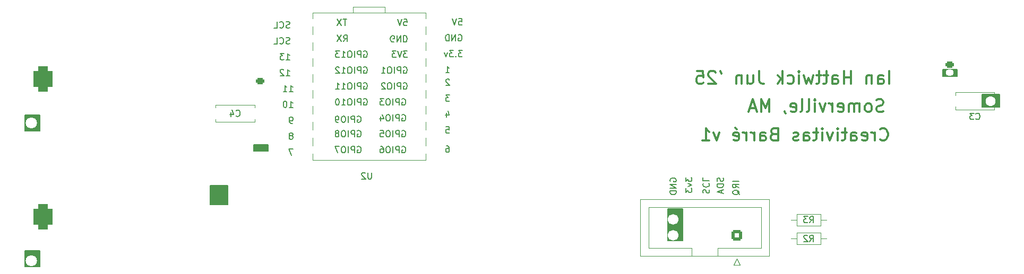
<source format=gbo>
G04 #@! TF.GenerationSoftware,KiCad,Pcbnew,8.0.7*
G04 #@! TF.CreationDate,2025-06-17T21:45:10-04:00*
G04 #@! TF.ProjectId,ESP32_MIDI_Summer25_GTR.kicad_pro,45535033-325f-44d4-9944-495f53756d6d,rev?*
G04 #@! TF.SameCoordinates,Original*
G04 #@! TF.FileFunction,Legend,Bot*
G04 #@! TF.FilePolarity,Positive*
%FSLAX46Y46*%
G04 Gerber Fmt 4.6, Leading zero omitted, Abs format (unit mm)*
G04 Created by KiCad (PCBNEW 8.0.7) date 2025-06-17 21:45:10*
%MOMM*%
%LPD*%
G01*
G04 APERTURE LIST*
G04 Aperture macros list*
%AMRoundRect*
0 Rectangle with rounded corners*
0 $1 Rounding radius*
0 $2 $3 $4 $5 $6 $7 $8 $9 X,Y pos of 4 corners*
0 Add a 4 corners polygon primitive as box body*
4,1,4,$2,$3,$4,$5,$6,$7,$8,$9,$2,$3,0*
0 Add four circle primitives for the rounded corners*
1,1,$1+$1,$2,$3*
1,1,$1+$1,$4,$5*
1,1,$1+$1,$6,$7*
1,1,$1+$1,$8,$9*
0 Add four rect primitives between the rounded corners*
20,1,$1+$1,$2,$3,$4,$5,0*
20,1,$1+$1,$4,$5,$6,$7,0*
20,1,$1+$1,$6,$7,$8,$9,0*
20,1,$1+$1,$8,$9,$2,$3,0*%
%AMFreePoly0*
4,1,11,0.558779,3.080902,0.595106,3.030902,0.600000,3.000000,0.600000,-1.000000,-0.600000,-1.000000,-0.600000,3.000000,-0.580902,3.058779,-0.530902,3.095106,-0.500000,3.100000,0.500000,3.100000,0.558779,3.080902,0.558779,3.080902,$1*%
G04 Aperture macros list end*
%ADD10C,0.200000*%
%ADD11C,0.150000*%
%ADD12C,0.300000*%
%ADD13C,0.120000*%
%ADD14C,3.200000*%
%ADD15C,4.300000*%
%ADD16R,1.800000X1.800000*%
%ADD17C,1.800000*%
%ADD18RoundRect,0.750000X0.750000X-1.250000X0.750000X1.250000X-0.750000X1.250000X-0.750000X-1.250000X0*%
%ADD19O,1.300000X1.050000*%
%ADD20RoundRect,0.249900X0.400100X-0.275100X0.400100X0.275100X-0.400100X0.275100X-0.400100X-0.275100X0*%
%ADD21RoundRect,0.249900X-0.400100X0.275100X-0.400100X-0.275100X0.400100X-0.275100X0.400100X0.275100X0*%
%ADD22C,11.000000*%
%ADD23C,6.800000*%
%ADD24C,1.600000*%
%ADD25C,1.400000*%
%ADD26O,1.400000X1.400000*%
%ADD27FreePoly0,270.000000*%
%ADD28FreePoly0,90.000000*%
%ADD29RoundRect,0.250000X0.600000X-0.600000X0.600000X0.600000X-0.600000X0.600000X-0.600000X-0.600000X0*%
%ADD30C,1.700000*%
G04 APERTURE END LIST*
D10*
X60500000Y-110460000D02*
X62897000Y-110460000D01*
X62897000Y-113000000D01*
X60500000Y-113000000D01*
X60500000Y-110460000D01*
G36*
X60500000Y-110460000D02*
G01*
X62897000Y-110460000D01*
X62897000Y-113000000D01*
X60500000Y-113000000D01*
X60500000Y-110460000D01*
G37*
X213103000Y-85460000D02*
X215897000Y-85460000D01*
X215897000Y-87500000D01*
X213103000Y-87500000D01*
X213103000Y-85460000D01*
G36*
X213103000Y-85460000D02*
G01*
X215897000Y-85460000D01*
X215897000Y-87500000D01*
X213103000Y-87500000D01*
X213103000Y-85460000D01*
G37*
X90000000Y-99980000D02*
X92794000Y-99980000D01*
X92794000Y-103020000D01*
X90000000Y-103020000D01*
X90000000Y-99980000D01*
G36*
X90000000Y-99980000D02*
G01*
X92794000Y-99980000D01*
X92794000Y-103020000D01*
X90000000Y-103020000D01*
X90000000Y-99980000D01*
G37*
X97000000Y-93480000D02*
X99294000Y-93480000D01*
X99294000Y-94520000D01*
X97000000Y-94520000D01*
X97000000Y-93480000D01*
G36*
X97000000Y-93480000D02*
G01*
X99294000Y-93480000D01*
X99294000Y-94520000D01*
X97000000Y-94520000D01*
X97000000Y-93480000D01*
G37*
X163000000Y-103730000D02*
X165397000Y-103730000D01*
X165397000Y-108770000D01*
X163000000Y-108770000D01*
X163000000Y-103730000D01*
G36*
X163000000Y-103730000D02*
G01*
X165397000Y-103730000D01*
X165397000Y-108770000D01*
X163000000Y-108770000D01*
X163000000Y-103730000D01*
G37*
X206853000Y-81500000D02*
X209147000Y-81500000D01*
X209147000Y-82540000D01*
X206853000Y-82540000D01*
X206853000Y-81500000D01*
G36*
X206853000Y-81500000D02*
G01*
X209147000Y-81500000D01*
X209147000Y-82540000D01*
X206853000Y-82540000D01*
X206853000Y-81500000D01*
G37*
X60500000Y-88730000D02*
X62897000Y-88730000D01*
X62897000Y-91270000D01*
X60500000Y-91270000D01*
X60500000Y-88730000D01*
G36*
X60500000Y-88730000D02*
G01*
X62897000Y-88730000D01*
X62897000Y-91270000D01*
X60500000Y-91270000D01*
X60500000Y-88730000D01*
G37*
D11*
X165869819Y-98741541D02*
X165869819Y-99360588D01*
X165869819Y-99360588D02*
X166250771Y-99027255D01*
X166250771Y-99027255D02*
X166250771Y-99170112D01*
X166250771Y-99170112D02*
X166298390Y-99265350D01*
X166298390Y-99265350D02*
X166346009Y-99312969D01*
X166346009Y-99312969D02*
X166441247Y-99360588D01*
X166441247Y-99360588D02*
X166679342Y-99360588D01*
X166679342Y-99360588D02*
X166774580Y-99312969D01*
X166774580Y-99312969D02*
X166822200Y-99265350D01*
X166822200Y-99265350D02*
X166869819Y-99170112D01*
X166869819Y-99170112D02*
X166869819Y-98884398D01*
X166869819Y-98884398D02*
X166822200Y-98789160D01*
X166822200Y-98789160D02*
X166774580Y-98741541D01*
X166203152Y-99693922D02*
X166869819Y-99932017D01*
X166869819Y-99932017D02*
X166203152Y-100170112D01*
X165869819Y-100455827D02*
X165869819Y-101074874D01*
X165869819Y-101074874D02*
X166250771Y-100741541D01*
X166250771Y-100741541D02*
X166250771Y-100884398D01*
X166250771Y-100884398D02*
X166298390Y-100979636D01*
X166298390Y-100979636D02*
X166346009Y-101027255D01*
X166346009Y-101027255D02*
X166441247Y-101074874D01*
X166441247Y-101074874D02*
X166679342Y-101074874D01*
X166679342Y-101074874D02*
X166774580Y-101027255D01*
X166774580Y-101027255D02*
X166822200Y-100979636D01*
X166822200Y-100979636D02*
X166869819Y-100884398D01*
X166869819Y-100884398D02*
X166869819Y-100598684D01*
X166869819Y-100598684D02*
X166822200Y-100503446D01*
X166822200Y-100503446D02*
X166774580Y-100455827D01*
X128178839Y-83117057D02*
X128131220Y-83069438D01*
X128131220Y-83069438D02*
X128035982Y-83021819D01*
X128035982Y-83021819D02*
X127797887Y-83021819D01*
X127797887Y-83021819D02*
X127702649Y-83069438D01*
X127702649Y-83069438D02*
X127655030Y-83117057D01*
X127655030Y-83117057D02*
X127607411Y-83212295D01*
X127607411Y-83212295D02*
X127607411Y-83307533D01*
X127607411Y-83307533D02*
X127655030Y-83450390D01*
X127655030Y-83450390D02*
X128226458Y-84021819D01*
X128226458Y-84021819D02*
X127607411Y-84021819D01*
D12*
X198326441Y-83739638D02*
X198326441Y-81739638D01*
X196516917Y-83739638D02*
X196516917Y-82692019D01*
X196516917Y-82692019D02*
X196612155Y-82501542D01*
X196612155Y-82501542D02*
X196802631Y-82406304D01*
X196802631Y-82406304D02*
X197183584Y-82406304D01*
X197183584Y-82406304D02*
X197374060Y-82501542D01*
X196516917Y-83644400D02*
X196707393Y-83739638D01*
X196707393Y-83739638D02*
X197183584Y-83739638D01*
X197183584Y-83739638D02*
X197374060Y-83644400D01*
X197374060Y-83644400D02*
X197469298Y-83453923D01*
X197469298Y-83453923D02*
X197469298Y-83263447D01*
X197469298Y-83263447D02*
X197374060Y-83072971D01*
X197374060Y-83072971D02*
X197183584Y-82977733D01*
X197183584Y-82977733D02*
X196707393Y-82977733D01*
X196707393Y-82977733D02*
X196516917Y-82882495D01*
X195564536Y-82406304D02*
X195564536Y-83739638D01*
X195564536Y-82596780D02*
X195469298Y-82501542D01*
X195469298Y-82501542D02*
X195278822Y-82406304D01*
X195278822Y-82406304D02*
X194993107Y-82406304D01*
X194993107Y-82406304D02*
X194802631Y-82501542D01*
X194802631Y-82501542D02*
X194707393Y-82692019D01*
X194707393Y-82692019D02*
X194707393Y-83739638D01*
X192231202Y-83739638D02*
X192231202Y-81739638D01*
X192231202Y-82692019D02*
X191088345Y-82692019D01*
X191088345Y-83739638D02*
X191088345Y-81739638D01*
X189278821Y-83739638D02*
X189278821Y-82692019D01*
X189278821Y-82692019D02*
X189374059Y-82501542D01*
X189374059Y-82501542D02*
X189564535Y-82406304D01*
X189564535Y-82406304D02*
X189945488Y-82406304D01*
X189945488Y-82406304D02*
X190135964Y-82501542D01*
X189278821Y-83644400D02*
X189469297Y-83739638D01*
X189469297Y-83739638D02*
X189945488Y-83739638D01*
X189945488Y-83739638D02*
X190135964Y-83644400D01*
X190135964Y-83644400D02*
X190231202Y-83453923D01*
X190231202Y-83453923D02*
X190231202Y-83263447D01*
X190231202Y-83263447D02*
X190135964Y-83072971D01*
X190135964Y-83072971D02*
X189945488Y-82977733D01*
X189945488Y-82977733D02*
X189469297Y-82977733D01*
X189469297Y-82977733D02*
X189278821Y-82882495D01*
X188612154Y-82406304D02*
X187850250Y-82406304D01*
X188326440Y-81739638D02*
X188326440Y-83453923D01*
X188326440Y-83453923D02*
X188231202Y-83644400D01*
X188231202Y-83644400D02*
X188040726Y-83739638D01*
X188040726Y-83739638D02*
X187850250Y-83739638D01*
X187469297Y-82406304D02*
X186707393Y-82406304D01*
X187183583Y-81739638D02*
X187183583Y-83453923D01*
X187183583Y-83453923D02*
X187088345Y-83644400D01*
X187088345Y-83644400D02*
X186897869Y-83739638D01*
X186897869Y-83739638D02*
X186707393Y-83739638D01*
X186231202Y-82406304D02*
X185850250Y-83739638D01*
X185850250Y-83739638D02*
X185469297Y-82787257D01*
X185469297Y-82787257D02*
X185088345Y-83739638D01*
X185088345Y-83739638D02*
X184707393Y-82406304D01*
X183945488Y-83739638D02*
X183945488Y-82406304D01*
X183945488Y-81739638D02*
X184040726Y-81834876D01*
X184040726Y-81834876D02*
X183945488Y-81930114D01*
X183945488Y-81930114D02*
X183850250Y-81834876D01*
X183850250Y-81834876D02*
X183945488Y-81739638D01*
X183945488Y-81739638D02*
X183945488Y-81930114D01*
X182135964Y-83644400D02*
X182326440Y-83739638D01*
X182326440Y-83739638D02*
X182707393Y-83739638D01*
X182707393Y-83739638D02*
X182897869Y-83644400D01*
X182897869Y-83644400D02*
X182993107Y-83549161D01*
X182993107Y-83549161D02*
X183088345Y-83358685D01*
X183088345Y-83358685D02*
X183088345Y-82787257D01*
X183088345Y-82787257D02*
X182993107Y-82596780D01*
X182993107Y-82596780D02*
X182897869Y-82501542D01*
X182897869Y-82501542D02*
X182707393Y-82406304D01*
X182707393Y-82406304D02*
X182326440Y-82406304D01*
X182326440Y-82406304D02*
X182135964Y-82501542D01*
X181278821Y-83739638D02*
X181278821Y-81739638D01*
X181088345Y-82977733D02*
X180516916Y-83739638D01*
X180516916Y-82406304D02*
X181278821Y-83168209D01*
X177564534Y-81739638D02*
X177564534Y-83168209D01*
X177564534Y-83168209D02*
X177659773Y-83453923D01*
X177659773Y-83453923D02*
X177850249Y-83644400D01*
X177850249Y-83644400D02*
X178135963Y-83739638D01*
X178135963Y-83739638D02*
X178326439Y-83739638D01*
X175755010Y-82406304D02*
X175755010Y-83739638D01*
X176612153Y-82406304D02*
X176612153Y-83453923D01*
X176612153Y-83453923D02*
X176516915Y-83644400D01*
X176516915Y-83644400D02*
X176326439Y-83739638D01*
X176326439Y-83739638D02*
X176040724Y-83739638D01*
X176040724Y-83739638D02*
X175850248Y-83644400D01*
X175850248Y-83644400D02*
X175755010Y-83549161D01*
X174802629Y-82406304D02*
X174802629Y-83739638D01*
X174802629Y-82596780D02*
X174707391Y-82501542D01*
X174707391Y-82501542D02*
X174516915Y-82406304D01*
X174516915Y-82406304D02*
X174231200Y-82406304D01*
X174231200Y-82406304D02*
X174040724Y-82501542D01*
X174040724Y-82501542D02*
X173945486Y-82692019D01*
X173945486Y-82692019D02*
X173945486Y-83739638D01*
X171374057Y-81739638D02*
X171564533Y-82120590D01*
X170612152Y-81930114D02*
X170516914Y-81834876D01*
X170516914Y-81834876D02*
X170326438Y-81739638D01*
X170326438Y-81739638D02*
X169850247Y-81739638D01*
X169850247Y-81739638D02*
X169659771Y-81834876D01*
X169659771Y-81834876D02*
X169564533Y-81930114D01*
X169564533Y-81930114D02*
X169469295Y-82120590D01*
X169469295Y-82120590D02*
X169469295Y-82311066D01*
X169469295Y-82311066D02*
X169564533Y-82596780D01*
X169564533Y-82596780D02*
X170707390Y-83739638D01*
X170707390Y-83739638D02*
X169469295Y-83739638D01*
X167659771Y-81739638D02*
X168612152Y-81739638D01*
X168612152Y-81739638D02*
X168707390Y-82692019D01*
X168707390Y-82692019D02*
X168612152Y-82596780D01*
X168612152Y-82596780D02*
X168421676Y-82501542D01*
X168421676Y-82501542D02*
X167945485Y-82501542D01*
X167945485Y-82501542D02*
X167755009Y-82596780D01*
X167755009Y-82596780D02*
X167659771Y-82692019D01*
X167659771Y-82692019D02*
X167564533Y-82882495D01*
X167564533Y-82882495D02*
X167564533Y-83358685D01*
X167564533Y-83358685D02*
X167659771Y-83549161D01*
X167659771Y-83549161D02*
X167755009Y-83644400D01*
X167755009Y-83644400D02*
X167945485Y-83739638D01*
X167945485Y-83739638D02*
X168421676Y-83739638D01*
X168421676Y-83739638D02*
X168612152Y-83644400D01*
X168612152Y-83644400D02*
X168707390Y-83549161D01*
D11*
X102710839Y-77322200D02*
X102567982Y-77369819D01*
X102567982Y-77369819D02*
X102329887Y-77369819D01*
X102329887Y-77369819D02*
X102234649Y-77322200D01*
X102234649Y-77322200D02*
X102187030Y-77274580D01*
X102187030Y-77274580D02*
X102139411Y-77179342D01*
X102139411Y-77179342D02*
X102139411Y-77084104D01*
X102139411Y-77084104D02*
X102187030Y-76988866D01*
X102187030Y-76988866D02*
X102234649Y-76941247D01*
X102234649Y-76941247D02*
X102329887Y-76893628D01*
X102329887Y-76893628D02*
X102520363Y-76846009D01*
X102520363Y-76846009D02*
X102615601Y-76798390D01*
X102615601Y-76798390D02*
X102663220Y-76750771D01*
X102663220Y-76750771D02*
X102710839Y-76655533D01*
X102710839Y-76655533D02*
X102710839Y-76560295D01*
X102710839Y-76560295D02*
X102663220Y-76465057D01*
X102663220Y-76465057D02*
X102615601Y-76417438D01*
X102615601Y-76417438D02*
X102520363Y-76369819D01*
X102520363Y-76369819D02*
X102282268Y-76369819D01*
X102282268Y-76369819D02*
X102139411Y-76417438D01*
X101139411Y-77274580D02*
X101187030Y-77322200D01*
X101187030Y-77322200D02*
X101329887Y-77369819D01*
X101329887Y-77369819D02*
X101425125Y-77369819D01*
X101425125Y-77369819D02*
X101567982Y-77322200D01*
X101567982Y-77322200D02*
X101663220Y-77226961D01*
X101663220Y-77226961D02*
X101710839Y-77131723D01*
X101710839Y-77131723D02*
X101758458Y-76941247D01*
X101758458Y-76941247D02*
X101758458Y-76798390D01*
X101758458Y-76798390D02*
X101710839Y-76607914D01*
X101710839Y-76607914D02*
X101663220Y-76512676D01*
X101663220Y-76512676D02*
X101567982Y-76417438D01*
X101567982Y-76417438D02*
X101425125Y-76369819D01*
X101425125Y-76369819D02*
X101329887Y-76369819D01*
X101329887Y-76369819D02*
X101187030Y-76417438D01*
X101187030Y-76417438D02*
X101139411Y-76465057D01*
X100234649Y-77369819D02*
X100710839Y-77369819D01*
X100710839Y-77369819D02*
X100710839Y-76369819D01*
X127702649Y-88435152D02*
X127702649Y-89101819D01*
X127940744Y-88054200D02*
X128178839Y-88768485D01*
X128178839Y-88768485D02*
X127559792Y-88768485D01*
D12*
X197421679Y-88144400D02*
X197135965Y-88239638D01*
X197135965Y-88239638D02*
X196659774Y-88239638D01*
X196659774Y-88239638D02*
X196469298Y-88144400D01*
X196469298Y-88144400D02*
X196374060Y-88049161D01*
X196374060Y-88049161D02*
X196278822Y-87858685D01*
X196278822Y-87858685D02*
X196278822Y-87668209D01*
X196278822Y-87668209D02*
X196374060Y-87477733D01*
X196374060Y-87477733D02*
X196469298Y-87382495D01*
X196469298Y-87382495D02*
X196659774Y-87287257D01*
X196659774Y-87287257D02*
X197040727Y-87192019D01*
X197040727Y-87192019D02*
X197231203Y-87096780D01*
X197231203Y-87096780D02*
X197326441Y-87001542D01*
X197326441Y-87001542D02*
X197421679Y-86811066D01*
X197421679Y-86811066D02*
X197421679Y-86620590D01*
X197421679Y-86620590D02*
X197326441Y-86430114D01*
X197326441Y-86430114D02*
X197231203Y-86334876D01*
X197231203Y-86334876D02*
X197040727Y-86239638D01*
X197040727Y-86239638D02*
X196564536Y-86239638D01*
X196564536Y-86239638D02*
X196278822Y-86334876D01*
X195135965Y-88239638D02*
X195326441Y-88144400D01*
X195326441Y-88144400D02*
X195421679Y-88049161D01*
X195421679Y-88049161D02*
X195516917Y-87858685D01*
X195516917Y-87858685D02*
X195516917Y-87287257D01*
X195516917Y-87287257D02*
X195421679Y-87096780D01*
X195421679Y-87096780D02*
X195326441Y-87001542D01*
X195326441Y-87001542D02*
X195135965Y-86906304D01*
X195135965Y-86906304D02*
X194850250Y-86906304D01*
X194850250Y-86906304D02*
X194659774Y-87001542D01*
X194659774Y-87001542D02*
X194564536Y-87096780D01*
X194564536Y-87096780D02*
X194469298Y-87287257D01*
X194469298Y-87287257D02*
X194469298Y-87858685D01*
X194469298Y-87858685D02*
X194564536Y-88049161D01*
X194564536Y-88049161D02*
X194659774Y-88144400D01*
X194659774Y-88144400D02*
X194850250Y-88239638D01*
X194850250Y-88239638D02*
X195135965Y-88239638D01*
X193612155Y-88239638D02*
X193612155Y-86906304D01*
X193612155Y-87096780D02*
X193516917Y-87001542D01*
X193516917Y-87001542D02*
X193326441Y-86906304D01*
X193326441Y-86906304D02*
X193040726Y-86906304D01*
X193040726Y-86906304D02*
X192850250Y-87001542D01*
X192850250Y-87001542D02*
X192755012Y-87192019D01*
X192755012Y-87192019D02*
X192755012Y-88239638D01*
X192755012Y-87192019D02*
X192659774Y-87001542D01*
X192659774Y-87001542D02*
X192469298Y-86906304D01*
X192469298Y-86906304D02*
X192183584Y-86906304D01*
X192183584Y-86906304D02*
X191993107Y-87001542D01*
X191993107Y-87001542D02*
X191897869Y-87192019D01*
X191897869Y-87192019D02*
X191897869Y-88239638D01*
X190183583Y-88144400D02*
X190374059Y-88239638D01*
X190374059Y-88239638D02*
X190755012Y-88239638D01*
X190755012Y-88239638D02*
X190945488Y-88144400D01*
X190945488Y-88144400D02*
X191040726Y-87953923D01*
X191040726Y-87953923D02*
X191040726Y-87192019D01*
X191040726Y-87192019D02*
X190945488Y-87001542D01*
X190945488Y-87001542D02*
X190755012Y-86906304D01*
X190755012Y-86906304D02*
X190374059Y-86906304D01*
X190374059Y-86906304D02*
X190183583Y-87001542D01*
X190183583Y-87001542D02*
X190088345Y-87192019D01*
X190088345Y-87192019D02*
X190088345Y-87382495D01*
X190088345Y-87382495D02*
X191040726Y-87572971D01*
X189231202Y-88239638D02*
X189231202Y-86906304D01*
X189231202Y-87287257D02*
X189135964Y-87096780D01*
X189135964Y-87096780D02*
X189040726Y-87001542D01*
X189040726Y-87001542D02*
X188850250Y-86906304D01*
X188850250Y-86906304D02*
X188659773Y-86906304D01*
X188183583Y-86906304D02*
X187707393Y-88239638D01*
X187707393Y-88239638D02*
X187231202Y-86906304D01*
X186469297Y-88239638D02*
X186469297Y-86906304D01*
X186469297Y-86239638D02*
X186564535Y-86334876D01*
X186564535Y-86334876D02*
X186469297Y-86430114D01*
X186469297Y-86430114D02*
X186374059Y-86334876D01*
X186374059Y-86334876D02*
X186469297Y-86239638D01*
X186469297Y-86239638D02*
X186469297Y-86430114D01*
X185231202Y-88239638D02*
X185421678Y-88144400D01*
X185421678Y-88144400D02*
X185516916Y-87953923D01*
X185516916Y-87953923D02*
X185516916Y-86239638D01*
X184183583Y-88239638D02*
X184374059Y-88144400D01*
X184374059Y-88144400D02*
X184469297Y-87953923D01*
X184469297Y-87953923D02*
X184469297Y-86239638D01*
X182659773Y-88144400D02*
X182850249Y-88239638D01*
X182850249Y-88239638D02*
X183231202Y-88239638D01*
X183231202Y-88239638D02*
X183421678Y-88144400D01*
X183421678Y-88144400D02*
X183516916Y-87953923D01*
X183516916Y-87953923D02*
X183516916Y-87192019D01*
X183516916Y-87192019D02*
X183421678Y-87001542D01*
X183421678Y-87001542D02*
X183231202Y-86906304D01*
X183231202Y-86906304D02*
X182850249Y-86906304D01*
X182850249Y-86906304D02*
X182659773Y-87001542D01*
X182659773Y-87001542D02*
X182564535Y-87192019D01*
X182564535Y-87192019D02*
X182564535Y-87382495D01*
X182564535Y-87382495D02*
X183516916Y-87572971D01*
X181612154Y-88144400D02*
X181612154Y-88239638D01*
X181612154Y-88239638D02*
X181707392Y-88430114D01*
X181707392Y-88430114D02*
X181802630Y-88525352D01*
X179231201Y-88239638D02*
X179231201Y-86239638D01*
X179231201Y-86239638D02*
X178564534Y-87668209D01*
X178564534Y-87668209D02*
X177897868Y-86239638D01*
X177897868Y-86239638D02*
X177897868Y-88239638D01*
X177040725Y-87668209D02*
X176088344Y-87668209D01*
X177231201Y-88239638D02*
X176564535Y-86239638D01*
X176564535Y-86239638D02*
X175897868Y-88239638D01*
D11*
X174369819Y-99336779D02*
X173369819Y-99336779D01*
X174369819Y-100384397D02*
X173893628Y-100051064D01*
X174369819Y-99812969D02*
X173369819Y-99812969D01*
X173369819Y-99812969D02*
X173369819Y-100193921D01*
X173369819Y-100193921D02*
X173417438Y-100289159D01*
X173417438Y-100289159D02*
X173465057Y-100336778D01*
X173465057Y-100336778D02*
X173560295Y-100384397D01*
X173560295Y-100384397D02*
X173703152Y-100384397D01*
X173703152Y-100384397D02*
X173798390Y-100336778D01*
X173798390Y-100336778D02*
X173846009Y-100289159D01*
X173846009Y-100289159D02*
X173893628Y-100193921D01*
X173893628Y-100193921D02*
X173893628Y-99812969D01*
X174465057Y-101479635D02*
X174417438Y-101384397D01*
X174417438Y-101384397D02*
X174322200Y-101289159D01*
X174322200Y-101289159D02*
X174179342Y-101146302D01*
X174179342Y-101146302D02*
X174131723Y-101051064D01*
X174131723Y-101051064D02*
X174131723Y-100955826D01*
X174369819Y-101003445D02*
X174322200Y-100908207D01*
X174322200Y-100908207D02*
X174226961Y-100812969D01*
X174226961Y-100812969D02*
X174036485Y-100765350D01*
X174036485Y-100765350D02*
X173703152Y-100765350D01*
X173703152Y-100765350D02*
X173512676Y-100812969D01*
X173512676Y-100812969D02*
X173417438Y-100908207D01*
X173417438Y-100908207D02*
X173369819Y-101003445D01*
X173369819Y-101003445D02*
X173369819Y-101193921D01*
X173369819Y-101193921D02*
X173417438Y-101289159D01*
X173417438Y-101289159D02*
X173512676Y-101384397D01*
X173512676Y-101384397D02*
X173703152Y-101432016D01*
X173703152Y-101432016D02*
X174036485Y-101432016D01*
X174036485Y-101432016D02*
X174226961Y-101384397D01*
X174226961Y-101384397D02*
X174322200Y-101289159D01*
X174322200Y-101289159D02*
X174369819Y-101193921D01*
X174369819Y-101193921D02*
X174369819Y-101003445D01*
X128226458Y-85561819D02*
X127607411Y-85561819D01*
X127607411Y-85561819D02*
X127940744Y-85942771D01*
X127940744Y-85942771D02*
X127797887Y-85942771D01*
X127797887Y-85942771D02*
X127702649Y-85990390D01*
X127702649Y-85990390D02*
X127655030Y-86038009D01*
X127655030Y-86038009D02*
X127607411Y-86133247D01*
X127607411Y-86133247D02*
X127607411Y-86371342D01*
X127607411Y-86371342D02*
X127655030Y-86466580D01*
X127655030Y-86466580D02*
X127702649Y-86514200D01*
X127702649Y-86514200D02*
X127797887Y-86561819D01*
X127797887Y-86561819D02*
X128083601Y-86561819D01*
X128083601Y-86561819D02*
X128178839Y-86514200D01*
X128178839Y-86514200D02*
X128226458Y-86466580D01*
X129687030Y-73369819D02*
X130163220Y-73369819D01*
X130163220Y-73369819D02*
X130210839Y-73846009D01*
X130210839Y-73846009D02*
X130163220Y-73798390D01*
X130163220Y-73798390D02*
X130067982Y-73750771D01*
X130067982Y-73750771D02*
X129829887Y-73750771D01*
X129829887Y-73750771D02*
X129734649Y-73798390D01*
X129734649Y-73798390D02*
X129687030Y-73846009D01*
X129687030Y-73846009D02*
X129639411Y-73941247D01*
X129639411Y-73941247D02*
X129639411Y-74179342D01*
X129639411Y-74179342D02*
X129687030Y-74274580D01*
X129687030Y-74274580D02*
X129734649Y-74322200D01*
X129734649Y-74322200D02*
X129829887Y-74369819D01*
X129829887Y-74369819D02*
X130067982Y-74369819D01*
X130067982Y-74369819D02*
X130163220Y-74322200D01*
X130163220Y-74322200D02*
X130210839Y-74274580D01*
X129353696Y-73369819D02*
X129020363Y-74369819D01*
X129020363Y-74369819D02*
X128687030Y-73369819D01*
X102139411Y-82449819D02*
X102710839Y-82449819D01*
X102425125Y-82449819D02*
X102425125Y-81449819D01*
X102425125Y-81449819D02*
X102520363Y-81592676D01*
X102520363Y-81592676D02*
X102615601Y-81687914D01*
X102615601Y-81687914D02*
X102710839Y-81735533D01*
X101758458Y-81545057D02*
X101710839Y-81497438D01*
X101710839Y-81497438D02*
X101615601Y-81449819D01*
X101615601Y-81449819D02*
X101377506Y-81449819D01*
X101377506Y-81449819D02*
X101282268Y-81497438D01*
X101282268Y-81497438D02*
X101234649Y-81545057D01*
X101234649Y-81545057D02*
X101187030Y-81640295D01*
X101187030Y-81640295D02*
X101187030Y-81735533D01*
X101187030Y-81735533D02*
X101234649Y-81878390D01*
X101234649Y-81878390D02*
X101806077Y-82449819D01*
X101806077Y-82449819D02*
X101187030Y-82449819D01*
X102647411Y-84989819D02*
X103218839Y-84989819D01*
X102933125Y-84989819D02*
X102933125Y-83989819D01*
X102933125Y-83989819D02*
X103028363Y-84132676D01*
X103028363Y-84132676D02*
X103123601Y-84227914D01*
X103123601Y-84227914D02*
X103218839Y-84275533D01*
X101695030Y-84989819D02*
X102266458Y-84989819D01*
X101980744Y-84989819D02*
X101980744Y-83989819D01*
X101980744Y-83989819D02*
X102075982Y-84132676D01*
X102075982Y-84132676D02*
X102171220Y-84227914D01*
X102171220Y-84227914D02*
X102266458Y-84275533D01*
X129639411Y-75957438D02*
X129734649Y-75909819D01*
X129734649Y-75909819D02*
X129877506Y-75909819D01*
X129877506Y-75909819D02*
X130020363Y-75957438D01*
X130020363Y-75957438D02*
X130115601Y-76052676D01*
X130115601Y-76052676D02*
X130163220Y-76147914D01*
X130163220Y-76147914D02*
X130210839Y-76338390D01*
X130210839Y-76338390D02*
X130210839Y-76481247D01*
X130210839Y-76481247D02*
X130163220Y-76671723D01*
X130163220Y-76671723D02*
X130115601Y-76766961D01*
X130115601Y-76766961D02*
X130020363Y-76862200D01*
X130020363Y-76862200D02*
X129877506Y-76909819D01*
X129877506Y-76909819D02*
X129782268Y-76909819D01*
X129782268Y-76909819D02*
X129639411Y-76862200D01*
X129639411Y-76862200D02*
X129591792Y-76814580D01*
X129591792Y-76814580D02*
X129591792Y-76481247D01*
X129591792Y-76481247D02*
X129782268Y-76481247D01*
X129163220Y-76909819D02*
X129163220Y-75909819D01*
X129163220Y-75909819D02*
X128591792Y-76909819D01*
X128591792Y-76909819D02*
X128591792Y-75909819D01*
X128115601Y-76909819D02*
X128115601Y-75909819D01*
X128115601Y-75909819D02*
X127877506Y-75909819D01*
X127877506Y-75909819D02*
X127734649Y-75957438D01*
X127734649Y-75957438D02*
X127639411Y-76052676D01*
X127639411Y-76052676D02*
X127591792Y-76147914D01*
X127591792Y-76147914D02*
X127544173Y-76338390D01*
X127544173Y-76338390D02*
X127544173Y-76481247D01*
X127544173Y-76481247D02*
X127591792Y-76671723D01*
X127591792Y-76671723D02*
X127639411Y-76766961D01*
X127639411Y-76766961D02*
X127734649Y-76862200D01*
X127734649Y-76862200D02*
X127877506Y-76909819D01*
X127877506Y-76909819D02*
X128115601Y-76909819D01*
X102139411Y-79909819D02*
X102710839Y-79909819D01*
X102425125Y-79909819D02*
X102425125Y-78909819D01*
X102425125Y-78909819D02*
X102520363Y-79052676D01*
X102520363Y-79052676D02*
X102615601Y-79147914D01*
X102615601Y-79147914D02*
X102710839Y-79195533D01*
X101806077Y-78909819D02*
X101187030Y-78909819D01*
X101187030Y-78909819D02*
X101520363Y-79290771D01*
X101520363Y-79290771D02*
X101377506Y-79290771D01*
X101377506Y-79290771D02*
X101282268Y-79338390D01*
X101282268Y-79338390D02*
X101234649Y-79386009D01*
X101234649Y-79386009D02*
X101187030Y-79481247D01*
X101187030Y-79481247D02*
X101187030Y-79719342D01*
X101187030Y-79719342D02*
X101234649Y-79814580D01*
X101234649Y-79814580D02*
X101282268Y-79862200D01*
X101282268Y-79862200D02*
X101377506Y-79909819D01*
X101377506Y-79909819D02*
X101663220Y-79909819D01*
X101663220Y-79909819D02*
X101758458Y-79862200D01*
X101758458Y-79862200D02*
X101806077Y-79814580D01*
X130258458Y-78449819D02*
X129639411Y-78449819D01*
X129639411Y-78449819D02*
X129972744Y-78830771D01*
X129972744Y-78830771D02*
X129829887Y-78830771D01*
X129829887Y-78830771D02*
X129734649Y-78878390D01*
X129734649Y-78878390D02*
X129687030Y-78926009D01*
X129687030Y-78926009D02*
X129639411Y-79021247D01*
X129639411Y-79021247D02*
X129639411Y-79259342D01*
X129639411Y-79259342D02*
X129687030Y-79354580D01*
X129687030Y-79354580D02*
X129734649Y-79402200D01*
X129734649Y-79402200D02*
X129829887Y-79449819D01*
X129829887Y-79449819D02*
X130115601Y-79449819D01*
X130115601Y-79449819D02*
X130210839Y-79402200D01*
X130210839Y-79402200D02*
X130258458Y-79354580D01*
X129210839Y-79354580D02*
X129163220Y-79402200D01*
X129163220Y-79402200D02*
X129210839Y-79449819D01*
X129210839Y-79449819D02*
X129258458Y-79402200D01*
X129258458Y-79402200D02*
X129210839Y-79354580D01*
X129210839Y-79354580D02*
X129210839Y-79449819D01*
X128829887Y-78449819D02*
X128210840Y-78449819D01*
X128210840Y-78449819D02*
X128544173Y-78830771D01*
X128544173Y-78830771D02*
X128401316Y-78830771D01*
X128401316Y-78830771D02*
X128306078Y-78878390D01*
X128306078Y-78878390D02*
X128258459Y-78926009D01*
X128258459Y-78926009D02*
X128210840Y-79021247D01*
X128210840Y-79021247D02*
X128210840Y-79259342D01*
X128210840Y-79259342D02*
X128258459Y-79354580D01*
X128258459Y-79354580D02*
X128306078Y-79402200D01*
X128306078Y-79402200D02*
X128401316Y-79449819D01*
X128401316Y-79449819D02*
X128687030Y-79449819D01*
X128687030Y-79449819D02*
X128782268Y-79402200D01*
X128782268Y-79402200D02*
X128829887Y-79354580D01*
X127877506Y-78783152D02*
X127639411Y-79449819D01*
X127639411Y-79449819D02*
X127401316Y-78783152D01*
X163417438Y-99360588D02*
X163369819Y-99265350D01*
X163369819Y-99265350D02*
X163369819Y-99122493D01*
X163369819Y-99122493D02*
X163417438Y-98979636D01*
X163417438Y-98979636D02*
X163512676Y-98884398D01*
X163512676Y-98884398D02*
X163607914Y-98836779D01*
X163607914Y-98836779D02*
X163798390Y-98789160D01*
X163798390Y-98789160D02*
X163941247Y-98789160D01*
X163941247Y-98789160D02*
X164131723Y-98836779D01*
X164131723Y-98836779D02*
X164226961Y-98884398D01*
X164226961Y-98884398D02*
X164322200Y-98979636D01*
X164322200Y-98979636D02*
X164369819Y-99122493D01*
X164369819Y-99122493D02*
X164369819Y-99217731D01*
X164369819Y-99217731D02*
X164322200Y-99360588D01*
X164322200Y-99360588D02*
X164274580Y-99408207D01*
X164274580Y-99408207D02*
X163941247Y-99408207D01*
X163941247Y-99408207D02*
X163941247Y-99217731D01*
X164369819Y-99836779D02*
X163369819Y-99836779D01*
X163369819Y-99836779D02*
X164369819Y-100408207D01*
X164369819Y-100408207D02*
X163369819Y-100408207D01*
X164369819Y-100884398D02*
X163369819Y-100884398D01*
X163369819Y-100884398D02*
X163369819Y-101122493D01*
X163369819Y-101122493D02*
X163417438Y-101265350D01*
X163417438Y-101265350D02*
X163512676Y-101360588D01*
X163512676Y-101360588D02*
X163607914Y-101408207D01*
X163607914Y-101408207D02*
X163798390Y-101455826D01*
X163798390Y-101455826D02*
X163941247Y-101455826D01*
X163941247Y-101455826D02*
X164131723Y-101408207D01*
X164131723Y-101408207D02*
X164226961Y-101360588D01*
X164226961Y-101360588D02*
X164322200Y-101265350D01*
X164322200Y-101265350D02*
X164369819Y-101122493D01*
X164369819Y-101122493D02*
X164369819Y-100884398D01*
X102710839Y-74782200D02*
X102567982Y-74829819D01*
X102567982Y-74829819D02*
X102329887Y-74829819D01*
X102329887Y-74829819D02*
X102234649Y-74782200D01*
X102234649Y-74782200D02*
X102187030Y-74734580D01*
X102187030Y-74734580D02*
X102139411Y-74639342D01*
X102139411Y-74639342D02*
X102139411Y-74544104D01*
X102139411Y-74544104D02*
X102187030Y-74448866D01*
X102187030Y-74448866D02*
X102234649Y-74401247D01*
X102234649Y-74401247D02*
X102329887Y-74353628D01*
X102329887Y-74353628D02*
X102520363Y-74306009D01*
X102520363Y-74306009D02*
X102615601Y-74258390D01*
X102615601Y-74258390D02*
X102663220Y-74210771D01*
X102663220Y-74210771D02*
X102710839Y-74115533D01*
X102710839Y-74115533D02*
X102710839Y-74020295D01*
X102710839Y-74020295D02*
X102663220Y-73925057D01*
X102663220Y-73925057D02*
X102615601Y-73877438D01*
X102615601Y-73877438D02*
X102520363Y-73829819D01*
X102520363Y-73829819D02*
X102282268Y-73829819D01*
X102282268Y-73829819D02*
X102139411Y-73877438D01*
X101139411Y-74734580D02*
X101187030Y-74782200D01*
X101187030Y-74782200D02*
X101329887Y-74829819D01*
X101329887Y-74829819D02*
X101425125Y-74829819D01*
X101425125Y-74829819D02*
X101567982Y-74782200D01*
X101567982Y-74782200D02*
X101663220Y-74686961D01*
X101663220Y-74686961D02*
X101710839Y-74591723D01*
X101710839Y-74591723D02*
X101758458Y-74401247D01*
X101758458Y-74401247D02*
X101758458Y-74258390D01*
X101758458Y-74258390D02*
X101710839Y-74067914D01*
X101710839Y-74067914D02*
X101663220Y-73972676D01*
X101663220Y-73972676D02*
X101567982Y-73877438D01*
X101567982Y-73877438D02*
X101425125Y-73829819D01*
X101425125Y-73829819D02*
X101329887Y-73829819D01*
X101329887Y-73829819D02*
X101187030Y-73877438D01*
X101187030Y-73877438D02*
X101139411Y-73925057D01*
X100234649Y-74829819D02*
X100710839Y-74829819D01*
X100710839Y-74829819D02*
X100710839Y-73829819D01*
D12*
X196883584Y-92649161D02*
X196978822Y-92744400D01*
X196978822Y-92744400D02*
X197264536Y-92839638D01*
X197264536Y-92839638D02*
X197455012Y-92839638D01*
X197455012Y-92839638D02*
X197740727Y-92744400D01*
X197740727Y-92744400D02*
X197931203Y-92553923D01*
X197931203Y-92553923D02*
X198026441Y-92363447D01*
X198026441Y-92363447D02*
X198121679Y-91982495D01*
X198121679Y-91982495D02*
X198121679Y-91696780D01*
X198121679Y-91696780D02*
X198026441Y-91315828D01*
X198026441Y-91315828D02*
X197931203Y-91125352D01*
X197931203Y-91125352D02*
X197740727Y-90934876D01*
X197740727Y-90934876D02*
X197455012Y-90839638D01*
X197455012Y-90839638D02*
X197264536Y-90839638D01*
X197264536Y-90839638D02*
X196978822Y-90934876D01*
X196978822Y-90934876D02*
X196883584Y-91030114D01*
X196026441Y-92839638D02*
X196026441Y-91506304D01*
X196026441Y-91887257D02*
X195931203Y-91696780D01*
X195931203Y-91696780D02*
X195835965Y-91601542D01*
X195835965Y-91601542D02*
X195645489Y-91506304D01*
X195645489Y-91506304D02*
X195455012Y-91506304D01*
X194026441Y-92744400D02*
X194216917Y-92839638D01*
X194216917Y-92839638D02*
X194597870Y-92839638D01*
X194597870Y-92839638D02*
X194788346Y-92744400D01*
X194788346Y-92744400D02*
X194883584Y-92553923D01*
X194883584Y-92553923D02*
X194883584Y-91792019D01*
X194883584Y-91792019D02*
X194788346Y-91601542D01*
X194788346Y-91601542D02*
X194597870Y-91506304D01*
X194597870Y-91506304D02*
X194216917Y-91506304D01*
X194216917Y-91506304D02*
X194026441Y-91601542D01*
X194026441Y-91601542D02*
X193931203Y-91792019D01*
X193931203Y-91792019D02*
X193931203Y-91982495D01*
X193931203Y-91982495D02*
X194883584Y-92172971D01*
X192216917Y-92839638D02*
X192216917Y-91792019D01*
X192216917Y-91792019D02*
X192312155Y-91601542D01*
X192312155Y-91601542D02*
X192502631Y-91506304D01*
X192502631Y-91506304D02*
X192883584Y-91506304D01*
X192883584Y-91506304D02*
X193074060Y-91601542D01*
X192216917Y-92744400D02*
X192407393Y-92839638D01*
X192407393Y-92839638D02*
X192883584Y-92839638D01*
X192883584Y-92839638D02*
X193074060Y-92744400D01*
X193074060Y-92744400D02*
X193169298Y-92553923D01*
X193169298Y-92553923D02*
X193169298Y-92363447D01*
X193169298Y-92363447D02*
X193074060Y-92172971D01*
X193074060Y-92172971D02*
X192883584Y-92077733D01*
X192883584Y-92077733D02*
X192407393Y-92077733D01*
X192407393Y-92077733D02*
X192216917Y-91982495D01*
X191550250Y-91506304D02*
X190788346Y-91506304D01*
X191264536Y-90839638D02*
X191264536Y-92553923D01*
X191264536Y-92553923D02*
X191169298Y-92744400D01*
X191169298Y-92744400D02*
X190978822Y-92839638D01*
X190978822Y-92839638D02*
X190788346Y-92839638D01*
X190121679Y-92839638D02*
X190121679Y-91506304D01*
X190121679Y-90839638D02*
X190216917Y-90934876D01*
X190216917Y-90934876D02*
X190121679Y-91030114D01*
X190121679Y-91030114D02*
X190026441Y-90934876D01*
X190026441Y-90934876D02*
X190121679Y-90839638D01*
X190121679Y-90839638D02*
X190121679Y-91030114D01*
X189359774Y-91506304D02*
X188883584Y-92839638D01*
X188883584Y-92839638D02*
X188407393Y-91506304D01*
X187645488Y-92839638D02*
X187645488Y-91506304D01*
X187645488Y-90839638D02*
X187740726Y-90934876D01*
X187740726Y-90934876D02*
X187645488Y-91030114D01*
X187645488Y-91030114D02*
X187550250Y-90934876D01*
X187550250Y-90934876D02*
X187645488Y-90839638D01*
X187645488Y-90839638D02*
X187645488Y-91030114D01*
X186978821Y-91506304D02*
X186216917Y-91506304D01*
X186693107Y-90839638D02*
X186693107Y-92553923D01*
X186693107Y-92553923D02*
X186597869Y-92744400D01*
X186597869Y-92744400D02*
X186407393Y-92839638D01*
X186407393Y-92839638D02*
X186216917Y-92839638D01*
X184693107Y-92839638D02*
X184693107Y-91792019D01*
X184693107Y-91792019D02*
X184788345Y-91601542D01*
X184788345Y-91601542D02*
X184978821Y-91506304D01*
X184978821Y-91506304D02*
X185359774Y-91506304D01*
X185359774Y-91506304D02*
X185550250Y-91601542D01*
X184693107Y-92744400D02*
X184883583Y-92839638D01*
X184883583Y-92839638D02*
X185359774Y-92839638D01*
X185359774Y-92839638D02*
X185550250Y-92744400D01*
X185550250Y-92744400D02*
X185645488Y-92553923D01*
X185645488Y-92553923D02*
X185645488Y-92363447D01*
X185645488Y-92363447D02*
X185550250Y-92172971D01*
X185550250Y-92172971D02*
X185359774Y-92077733D01*
X185359774Y-92077733D02*
X184883583Y-92077733D01*
X184883583Y-92077733D02*
X184693107Y-91982495D01*
X183835964Y-92744400D02*
X183645488Y-92839638D01*
X183645488Y-92839638D02*
X183264536Y-92839638D01*
X183264536Y-92839638D02*
X183074059Y-92744400D01*
X183074059Y-92744400D02*
X182978821Y-92553923D01*
X182978821Y-92553923D02*
X182978821Y-92458685D01*
X182978821Y-92458685D02*
X183074059Y-92268209D01*
X183074059Y-92268209D02*
X183264536Y-92172971D01*
X183264536Y-92172971D02*
X183550250Y-92172971D01*
X183550250Y-92172971D02*
X183740726Y-92077733D01*
X183740726Y-92077733D02*
X183835964Y-91887257D01*
X183835964Y-91887257D02*
X183835964Y-91792019D01*
X183835964Y-91792019D02*
X183740726Y-91601542D01*
X183740726Y-91601542D02*
X183550250Y-91506304D01*
X183550250Y-91506304D02*
X183264536Y-91506304D01*
X183264536Y-91506304D02*
X183074059Y-91601542D01*
X179931201Y-91792019D02*
X179645487Y-91887257D01*
X179645487Y-91887257D02*
X179550249Y-91982495D01*
X179550249Y-91982495D02*
X179455011Y-92172971D01*
X179455011Y-92172971D02*
X179455011Y-92458685D01*
X179455011Y-92458685D02*
X179550249Y-92649161D01*
X179550249Y-92649161D02*
X179645487Y-92744400D01*
X179645487Y-92744400D02*
X179835963Y-92839638D01*
X179835963Y-92839638D02*
X180597868Y-92839638D01*
X180597868Y-92839638D02*
X180597868Y-90839638D01*
X180597868Y-90839638D02*
X179931201Y-90839638D01*
X179931201Y-90839638D02*
X179740725Y-90934876D01*
X179740725Y-90934876D02*
X179645487Y-91030114D01*
X179645487Y-91030114D02*
X179550249Y-91220590D01*
X179550249Y-91220590D02*
X179550249Y-91411066D01*
X179550249Y-91411066D02*
X179645487Y-91601542D01*
X179645487Y-91601542D02*
X179740725Y-91696780D01*
X179740725Y-91696780D02*
X179931201Y-91792019D01*
X179931201Y-91792019D02*
X180597868Y-91792019D01*
X177740725Y-92839638D02*
X177740725Y-91792019D01*
X177740725Y-91792019D02*
X177835963Y-91601542D01*
X177835963Y-91601542D02*
X178026439Y-91506304D01*
X178026439Y-91506304D02*
X178407392Y-91506304D01*
X178407392Y-91506304D02*
X178597868Y-91601542D01*
X177740725Y-92744400D02*
X177931201Y-92839638D01*
X177931201Y-92839638D02*
X178407392Y-92839638D01*
X178407392Y-92839638D02*
X178597868Y-92744400D01*
X178597868Y-92744400D02*
X178693106Y-92553923D01*
X178693106Y-92553923D02*
X178693106Y-92363447D01*
X178693106Y-92363447D02*
X178597868Y-92172971D01*
X178597868Y-92172971D02*
X178407392Y-92077733D01*
X178407392Y-92077733D02*
X177931201Y-92077733D01*
X177931201Y-92077733D02*
X177740725Y-91982495D01*
X176788344Y-92839638D02*
X176788344Y-91506304D01*
X176788344Y-91887257D02*
X176693106Y-91696780D01*
X176693106Y-91696780D02*
X176597868Y-91601542D01*
X176597868Y-91601542D02*
X176407392Y-91506304D01*
X176407392Y-91506304D02*
X176216915Y-91506304D01*
X175550249Y-92839638D02*
X175550249Y-91506304D01*
X175550249Y-91887257D02*
X175455011Y-91696780D01*
X175455011Y-91696780D02*
X175359773Y-91601542D01*
X175359773Y-91601542D02*
X175169297Y-91506304D01*
X175169297Y-91506304D02*
X174978820Y-91506304D01*
X173550249Y-92744400D02*
X173740725Y-92839638D01*
X173740725Y-92839638D02*
X174121678Y-92839638D01*
X174121678Y-92839638D02*
X174312154Y-92744400D01*
X174312154Y-92744400D02*
X174407392Y-92553923D01*
X174407392Y-92553923D02*
X174407392Y-91792019D01*
X174407392Y-91792019D02*
X174312154Y-91601542D01*
X174312154Y-91601542D02*
X174121678Y-91506304D01*
X174121678Y-91506304D02*
X173740725Y-91506304D01*
X173740725Y-91506304D02*
X173550249Y-91601542D01*
X173550249Y-91601542D02*
X173455011Y-91792019D01*
X173455011Y-91792019D02*
X173455011Y-91982495D01*
X173455011Y-91982495D02*
X174407392Y-92172971D01*
X173740725Y-90744400D02*
X174026440Y-91030114D01*
X171264534Y-91506304D02*
X170788344Y-92839638D01*
X170788344Y-92839638D02*
X170312153Y-91506304D01*
X168502629Y-92839638D02*
X169645486Y-92839638D01*
X169074058Y-92839638D02*
X169074058Y-90839638D01*
X169074058Y-90839638D02*
X169264534Y-91125352D01*
X169264534Y-91125352D02*
X169455010Y-91315828D01*
X169455010Y-91315828D02*
X169645486Y-91411066D01*
D11*
X127607411Y-81989819D02*
X128178839Y-81989819D01*
X127893125Y-81989819D02*
X127893125Y-80989819D01*
X127893125Y-80989819D02*
X127988363Y-81132676D01*
X127988363Y-81132676D02*
X128083601Y-81227914D01*
X128083601Y-81227914D02*
X128178839Y-81275533D01*
X168677800Y-101210839D02*
X168630180Y-101067982D01*
X168630180Y-101067982D02*
X168630180Y-100829887D01*
X168630180Y-100829887D02*
X168677800Y-100734649D01*
X168677800Y-100734649D02*
X168725419Y-100687030D01*
X168725419Y-100687030D02*
X168820657Y-100639411D01*
X168820657Y-100639411D02*
X168915895Y-100639411D01*
X168915895Y-100639411D02*
X169011133Y-100687030D01*
X169011133Y-100687030D02*
X169058752Y-100734649D01*
X169058752Y-100734649D02*
X169106371Y-100829887D01*
X169106371Y-100829887D02*
X169153990Y-101020363D01*
X169153990Y-101020363D02*
X169201609Y-101115601D01*
X169201609Y-101115601D02*
X169249228Y-101163220D01*
X169249228Y-101163220D02*
X169344466Y-101210839D01*
X169344466Y-101210839D02*
X169439704Y-101210839D01*
X169439704Y-101210839D02*
X169534942Y-101163220D01*
X169534942Y-101163220D02*
X169582561Y-101115601D01*
X169582561Y-101115601D02*
X169630180Y-101020363D01*
X169630180Y-101020363D02*
X169630180Y-100782268D01*
X169630180Y-100782268D02*
X169582561Y-100639411D01*
X168725419Y-99639411D02*
X168677800Y-99687030D01*
X168677800Y-99687030D02*
X168630180Y-99829887D01*
X168630180Y-99829887D02*
X168630180Y-99925125D01*
X168630180Y-99925125D02*
X168677800Y-100067982D01*
X168677800Y-100067982D02*
X168773038Y-100163220D01*
X168773038Y-100163220D02*
X168868276Y-100210839D01*
X168868276Y-100210839D02*
X169058752Y-100258458D01*
X169058752Y-100258458D02*
X169201609Y-100258458D01*
X169201609Y-100258458D02*
X169392085Y-100210839D01*
X169392085Y-100210839D02*
X169487323Y-100163220D01*
X169487323Y-100163220D02*
X169582561Y-100067982D01*
X169582561Y-100067982D02*
X169630180Y-99925125D01*
X169630180Y-99925125D02*
X169630180Y-99829887D01*
X169630180Y-99829887D02*
X169582561Y-99687030D01*
X169582561Y-99687030D02*
X169534942Y-99639411D01*
X168630180Y-98734649D02*
X168630180Y-99210839D01*
X168630180Y-99210839D02*
X169630180Y-99210839D01*
X102647411Y-87529819D02*
X103218839Y-87529819D01*
X102933125Y-87529819D02*
X102933125Y-86529819D01*
X102933125Y-86529819D02*
X103028363Y-86672676D01*
X103028363Y-86672676D02*
X103123601Y-86767914D01*
X103123601Y-86767914D02*
X103218839Y-86815533D01*
X102028363Y-86529819D02*
X101933125Y-86529819D01*
X101933125Y-86529819D02*
X101837887Y-86577438D01*
X101837887Y-86577438D02*
X101790268Y-86625057D01*
X101790268Y-86625057D02*
X101742649Y-86720295D01*
X101742649Y-86720295D02*
X101695030Y-86910771D01*
X101695030Y-86910771D02*
X101695030Y-87148866D01*
X101695030Y-87148866D02*
X101742649Y-87339342D01*
X101742649Y-87339342D02*
X101790268Y-87434580D01*
X101790268Y-87434580D02*
X101837887Y-87482200D01*
X101837887Y-87482200D02*
X101933125Y-87529819D01*
X101933125Y-87529819D02*
X102028363Y-87529819D01*
X102028363Y-87529819D02*
X102123601Y-87482200D01*
X102123601Y-87482200D02*
X102171220Y-87434580D01*
X102171220Y-87434580D02*
X102218839Y-87339342D01*
X102218839Y-87339342D02*
X102266458Y-87148866D01*
X102266458Y-87148866D02*
X102266458Y-86910771D01*
X102266458Y-86910771D02*
X102218839Y-86720295D01*
X102218839Y-86720295D02*
X102171220Y-86625057D01*
X102171220Y-86625057D02*
X102123601Y-86577438D01*
X102123601Y-86577438D02*
X102028363Y-86529819D01*
X103123601Y-90069819D02*
X102933125Y-90069819D01*
X102933125Y-90069819D02*
X102837887Y-90022200D01*
X102837887Y-90022200D02*
X102790268Y-89974580D01*
X102790268Y-89974580D02*
X102695030Y-89831723D01*
X102695030Y-89831723D02*
X102647411Y-89641247D01*
X102647411Y-89641247D02*
X102647411Y-89260295D01*
X102647411Y-89260295D02*
X102695030Y-89165057D01*
X102695030Y-89165057D02*
X102742649Y-89117438D01*
X102742649Y-89117438D02*
X102837887Y-89069819D01*
X102837887Y-89069819D02*
X103028363Y-89069819D01*
X103028363Y-89069819D02*
X103123601Y-89117438D01*
X103123601Y-89117438D02*
X103171220Y-89165057D01*
X103171220Y-89165057D02*
X103218839Y-89260295D01*
X103218839Y-89260295D02*
X103218839Y-89498390D01*
X103218839Y-89498390D02*
X103171220Y-89593628D01*
X103171220Y-89593628D02*
X103123601Y-89641247D01*
X103123601Y-89641247D02*
X103028363Y-89688866D01*
X103028363Y-89688866D02*
X102837887Y-89688866D01*
X102837887Y-89688866D02*
X102742649Y-89641247D01*
X102742649Y-89641247D02*
X102695030Y-89593628D01*
X102695030Y-89593628D02*
X102647411Y-89498390D01*
X103028363Y-92038390D02*
X103123601Y-91990771D01*
X103123601Y-91990771D02*
X103171220Y-91943152D01*
X103171220Y-91943152D02*
X103218839Y-91847914D01*
X103218839Y-91847914D02*
X103218839Y-91800295D01*
X103218839Y-91800295D02*
X103171220Y-91705057D01*
X103171220Y-91705057D02*
X103123601Y-91657438D01*
X103123601Y-91657438D02*
X103028363Y-91609819D01*
X103028363Y-91609819D02*
X102837887Y-91609819D01*
X102837887Y-91609819D02*
X102742649Y-91657438D01*
X102742649Y-91657438D02*
X102695030Y-91705057D01*
X102695030Y-91705057D02*
X102647411Y-91800295D01*
X102647411Y-91800295D02*
X102647411Y-91847914D01*
X102647411Y-91847914D02*
X102695030Y-91943152D01*
X102695030Y-91943152D02*
X102742649Y-91990771D01*
X102742649Y-91990771D02*
X102837887Y-92038390D01*
X102837887Y-92038390D02*
X103028363Y-92038390D01*
X103028363Y-92038390D02*
X103123601Y-92086009D01*
X103123601Y-92086009D02*
X103171220Y-92133628D01*
X103171220Y-92133628D02*
X103218839Y-92228866D01*
X103218839Y-92228866D02*
X103218839Y-92419342D01*
X103218839Y-92419342D02*
X103171220Y-92514580D01*
X103171220Y-92514580D02*
X103123601Y-92562200D01*
X103123601Y-92562200D02*
X103028363Y-92609819D01*
X103028363Y-92609819D02*
X102837887Y-92609819D01*
X102837887Y-92609819D02*
X102742649Y-92562200D01*
X102742649Y-92562200D02*
X102695030Y-92514580D01*
X102695030Y-92514580D02*
X102647411Y-92419342D01*
X102647411Y-92419342D02*
X102647411Y-92228866D01*
X102647411Y-92228866D02*
X102695030Y-92133628D01*
X102695030Y-92133628D02*
X102742649Y-92086009D01*
X102742649Y-92086009D02*
X102837887Y-92038390D01*
X171822200Y-98789160D02*
X171869819Y-98932017D01*
X171869819Y-98932017D02*
X171869819Y-99170112D01*
X171869819Y-99170112D02*
X171822200Y-99265350D01*
X171822200Y-99265350D02*
X171774580Y-99312969D01*
X171774580Y-99312969D02*
X171679342Y-99360588D01*
X171679342Y-99360588D02*
X171584104Y-99360588D01*
X171584104Y-99360588D02*
X171488866Y-99312969D01*
X171488866Y-99312969D02*
X171441247Y-99265350D01*
X171441247Y-99265350D02*
X171393628Y-99170112D01*
X171393628Y-99170112D02*
X171346009Y-98979636D01*
X171346009Y-98979636D02*
X171298390Y-98884398D01*
X171298390Y-98884398D02*
X171250771Y-98836779D01*
X171250771Y-98836779D02*
X171155533Y-98789160D01*
X171155533Y-98789160D02*
X171060295Y-98789160D01*
X171060295Y-98789160D02*
X170965057Y-98836779D01*
X170965057Y-98836779D02*
X170917438Y-98884398D01*
X170917438Y-98884398D02*
X170869819Y-98979636D01*
X170869819Y-98979636D02*
X170869819Y-99217731D01*
X170869819Y-99217731D02*
X170917438Y-99360588D01*
X171869819Y-99789160D02*
X170869819Y-99789160D01*
X170869819Y-99789160D02*
X170869819Y-100027255D01*
X170869819Y-100027255D02*
X170917438Y-100170112D01*
X170917438Y-100170112D02*
X171012676Y-100265350D01*
X171012676Y-100265350D02*
X171107914Y-100312969D01*
X171107914Y-100312969D02*
X171298390Y-100360588D01*
X171298390Y-100360588D02*
X171441247Y-100360588D01*
X171441247Y-100360588D02*
X171631723Y-100312969D01*
X171631723Y-100312969D02*
X171726961Y-100265350D01*
X171726961Y-100265350D02*
X171822200Y-100170112D01*
X171822200Y-100170112D02*
X171869819Y-100027255D01*
X171869819Y-100027255D02*
X171869819Y-99789160D01*
X171584104Y-100741541D02*
X171584104Y-101217731D01*
X171869819Y-100646303D02*
X170869819Y-100979636D01*
X170869819Y-100979636D02*
X171869819Y-101312969D01*
X127702649Y-93689819D02*
X127893125Y-93689819D01*
X127893125Y-93689819D02*
X127988363Y-93737438D01*
X127988363Y-93737438D02*
X128035982Y-93785057D01*
X128035982Y-93785057D02*
X128131220Y-93927914D01*
X128131220Y-93927914D02*
X128178839Y-94118390D01*
X128178839Y-94118390D02*
X128178839Y-94499342D01*
X128178839Y-94499342D02*
X128131220Y-94594580D01*
X128131220Y-94594580D02*
X128083601Y-94642200D01*
X128083601Y-94642200D02*
X127988363Y-94689819D01*
X127988363Y-94689819D02*
X127797887Y-94689819D01*
X127797887Y-94689819D02*
X127702649Y-94642200D01*
X127702649Y-94642200D02*
X127655030Y-94594580D01*
X127655030Y-94594580D02*
X127607411Y-94499342D01*
X127607411Y-94499342D02*
X127607411Y-94261247D01*
X127607411Y-94261247D02*
X127655030Y-94166009D01*
X127655030Y-94166009D02*
X127702649Y-94118390D01*
X127702649Y-94118390D02*
X127797887Y-94070771D01*
X127797887Y-94070771D02*
X127988363Y-94070771D01*
X127988363Y-94070771D02*
X128083601Y-94118390D01*
X128083601Y-94118390D02*
X128131220Y-94166009D01*
X128131220Y-94166009D02*
X128178839Y-94261247D01*
X127655030Y-90641819D02*
X128131220Y-90641819D01*
X128131220Y-90641819D02*
X128178839Y-91118009D01*
X128178839Y-91118009D02*
X128131220Y-91070390D01*
X128131220Y-91070390D02*
X128035982Y-91022771D01*
X128035982Y-91022771D02*
X127797887Y-91022771D01*
X127797887Y-91022771D02*
X127702649Y-91070390D01*
X127702649Y-91070390D02*
X127655030Y-91118009D01*
X127655030Y-91118009D02*
X127607411Y-91213247D01*
X127607411Y-91213247D02*
X127607411Y-91451342D01*
X127607411Y-91451342D02*
X127655030Y-91546580D01*
X127655030Y-91546580D02*
X127702649Y-91594200D01*
X127702649Y-91594200D02*
X127797887Y-91641819D01*
X127797887Y-91641819D02*
X128035982Y-91641819D01*
X128035982Y-91641819D02*
X128131220Y-91594200D01*
X128131220Y-91594200D02*
X128178839Y-91546580D01*
X103266458Y-94149819D02*
X102599792Y-94149819D01*
X102599792Y-94149819D02*
X103028363Y-95149819D01*
X212166666Y-89359580D02*
X212214285Y-89407200D01*
X212214285Y-89407200D02*
X212357142Y-89454819D01*
X212357142Y-89454819D02*
X212452380Y-89454819D01*
X212452380Y-89454819D02*
X212595237Y-89407200D01*
X212595237Y-89407200D02*
X212690475Y-89311961D01*
X212690475Y-89311961D02*
X212738094Y-89216723D01*
X212738094Y-89216723D02*
X212785713Y-89026247D01*
X212785713Y-89026247D02*
X212785713Y-88883390D01*
X212785713Y-88883390D02*
X212738094Y-88692914D01*
X212738094Y-88692914D02*
X212690475Y-88597676D01*
X212690475Y-88597676D02*
X212595237Y-88502438D01*
X212595237Y-88502438D02*
X212452380Y-88454819D01*
X212452380Y-88454819D02*
X212357142Y-88454819D01*
X212357142Y-88454819D02*
X212214285Y-88502438D01*
X212214285Y-88502438D02*
X212166666Y-88550057D01*
X211833332Y-88454819D02*
X211214285Y-88454819D01*
X211214285Y-88454819D02*
X211547618Y-88835771D01*
X211547618Y-88835771D02*
X211404761Y-88835771D01*
X211404761Y-88835771D02*
X211309523Y-88883390D01*
X211309523Y-88883390D02*
X211261904Y-88931009D01*
X211261904Y-88931009D02*
X211214285Y-89026247D01*
X211214285Y-89026247D02*
X211214285Y-89264342D01*
X211214285Y-89264342D02*
X211261904Y-89359580D01*
X211261904Y-89359580D02*
X211309523Y-89407200D01*
X211309523Y-89407200D02*
X211404761Y-89454819D01*
X211404761Y-89454819D02*
X211690475Y-89454819D01*
X211690475Y-89454819D02*
X211785713Y-89407200D01*
X211785713Y-89407200D02*
X211833332Y-89359580D01*
X185666666Y-105954819D02*
X185999999Y-105478628D01*
X186238094Y-105954819D02*
X186238094Y-104954819D01*
X186238094Y-104954819D02*
X185857142Y-104954819D01*
X185857142Y-104954819D02*
X185761904Y-105002438D01*
X185761904Y-105002438D02*
X185714285Y-105050057D01*
X185714285Y-105050057D02*
X185666666Y-105145295D01*
X185666666Y-105145295D02*
X185666666Y-105288152D01*
X185666666Y-105288152D02*
X185714285Y-105383390D01*
X185714285Y-105383390D02*
X185761904Y-105431009D01*
X185761904Y-105431009D02*
X185857142Y-105478628D01*
X185857142Y-105478628D02*
X186238094Y-105478628D01*
X185333332Y-104954819D02*
X184714285Y-104954819D01*
X184714285Y-104954819D02*
X185047618Y-105335771D01*
X185047618Y-105335771D02*
X184904761Y-105335771D01*
X184904761Y-105335771D02*
X184809523Y-105383390D01*
X184809523Y-105383390D02*
X184761904Y-105431009D01*
X184761904Y-105431009D02*
X184714285Y-105526247D01*
X184714285Y-105526247D02*
X184714285Y-105764342D01*
X184714285Y-105764342D02*
X184761904Y-105859580D01*
X184761904Y-105859580D02*
X184809523Y-105907200D01*
X184809523Y-105907200D02*
X184904761Y-105954819D01*
X184904761Y-105954819D02*
X185190475Y-105954819D01*
X185190475Y-105954819D02*
X185285713Y-105907200D01*
X185285713Y-105907200D02*
X185333332Y-105859580D01*
X115761904Y-97954819D02*
X115761904Y-98764342D01*
X115761904Y-98764342D02*
X115714285Y-98859580D01*
X115714285Y-98859580D02*
X115666666Y-98907200D01*
X115666666Y-98907200D02*
X115571428Y-98954819D01*
X115571428Y-98954819D02*
X115380952Y-98954819D01*
X115380952Y-98954819D02*
X115285714Y-98907200D01*
X115285714Y-98907200D02*
X115238095Y-98859580D01*
X115238095Y-98859580D02*
X115190476Y-98764342D01*
X115190476Y-98764342D02*
X115190476Y-97954819D01*
X114761904Y-98050057D02*
X114714285Y-98002438D01*
X114714285Y-98002438D02*
X114619047Y-97954819D01*
X114619047Y-97954819D02*
X114380952Y-97954819D01*
X114380952Y-97954819D02*
X114285714Y-98002438D01*
X114285714Y-98002438D02*
X114238095Y-98050057D01*
X114238095Y-98050057D02*
X114190476Y-98145295D01*
X114190476Y-98145295D02*
X114190476Y-98240533D01*
X114190476Y-98240533D02*
X114238095Y-98383390D01*
X114238095Y-98383390D02*
X114809523Y-98954819D01*
X114809523Y-98954819D02*
X114190476Y-98954819D01*
X111787732Y-73454819D02*
X111216304Y-73454819D01*
X111502018Y-74454819D02*
X111502018Y-73454819D01*
X110978208Y-73454819D02*
X110311542Y-74454819D01*
X110311542Y-73454819D02*
X110978208Y-74454819D01*
X111311542Y-76994819D02*
X111644875Y-76518628D01*
X111882970Y-76994819D02*
X111882970Y-75994819D01*
X111882970Y-75994819D02*
X111502018Y-75994819D01*
X111502018Y-75994819D02*
X111406780Y-76042438D01*
X111406780Y-76042438D02*
X111359161Y-76090057D01*
X111359161Y-76090057D02*
X111311542Y-76185295D01*
X111311542Y-76185295D02*
X111311542Y-76328152D01*
X111311542Y-76328152D02*
X111359161Y-76423390D01*
X111359161Y-76423390D02*
X111406780Y-76471009D01*
X111406780Y-76471009D02*
X111502018Y-76518628D01*
X111502018Y-76518628D02*
X111882970Y-76518628D01*
X110978208Y-75994819D02*
X110311542Y-76994819D01*
X110311542Y-75994819D02*
X110978208Y-76994819D01*
X114519411Y-83662438D02*
X114614649Y-83614819D01*
X114614649Y-83614819D02*
X114757506Y-83614819D01*
X114757506Y-83614819D02*
X114900363Y-83662438D01*
X114900363Y-83662438D02*
X114995601Y-83757676D01*
X114995601Y-83757676D02*
X115043220Y-83852914D01*
X115043220Y-83852914D02*
X115090839Y-84043390D01*
X115090839Y-84043390D02*
X115090839Y-84186247D01*
X115090839Y-84186247D02*
X115043220Y-84376723D01*
X115043220Y-84376723D02*
X114995601Y-84471961D01*
X114995601Y-84471961D02*
X114900363Y-84567200D01*
X114900363Y-84567200D02*
X114757506Y-84614819D01*
X114757506Y-84614819D02*
X114662268Y-84614819D01*
X114662268Y-84614819D02*
X114519411Y-84567200D01*
X114519411Y-84567200D02*
X114471792Y-84519580D01*
X114471792Y-84519580D02*
X114471792Y-84186247D01*
X114471792Y-84186247D02*
X114662268Y-84186247D01*
X114043220Y-84614819D02*
X114043220Y-83614819D01*
X114043220Y-83614819D02*
X113662268Y-83614819D01*
X113662268Y-83614819D02*
X113567030Y-83662438D01*
X113567030Y-83662438D02*
X113519411Y-83710057D01*
X113519411Y-83710057D02*
X113471792Y-83805295D01*
X113471792Y-83805295D02*
X113471792Y-83948152D01*
X113471792Y-83948152D02*
X113519411Y-84043390D01*
X113519411Y-84043390D02*
X113567030Y-84091009D01*
X113567030Y-84091009D02*
X113662268Y-84138628D01*
X113662268Y-84138628D02*
X114043220Y-84138628D01*
X113043220Y-84614819D02*
X113043220Y-83614819D01*
X112376554Y-83614819D02*
X112186078Y-83614819D01*
X112186078Y-83614819D02*
X112090840Y-83662438D01*
X112090840Y-83662438D02*
X111995602Y-83757676D01*
X111995602Y-83757676D02*
X111947983Y-83948152D01*
X111947983Y-83948152D02*
X111947983Y-84281485D01*
X111947983Y-84281485D02*
X111995602Y-84471961D01*
X111995602Y-84471961D02*
X112090840Y-84567200D01*
X112090840Y-84567200D02*
X112186078Y-84614819D01*
X112186078Y-84614819D02*
X112376554Y-84614819D01*
X112376554Y-84614819D02*
X112471792Y-84567200D01*
X112471792Y-84567200D02*
X112567030Y-84471961D01*
X112567030Y-84471961D02*
X112614649Y-84281485D01*
X112614649Y-84281485D02*
X112614649Y-83948152D01*
X112614649Y-83948152D02*
X112567030Y-83757676D01*
X112567030Y-83757676D02*
X112471792Y-83662438D01*
X112471792Y-83662438D02*
X112376554Y-83614819D01*
X110995602Y-84614819D02*
X111567030Y-84614819D01*
X111281316Y-84614819D02*
X111281316Y-83614819D01*
X111281316Y-83614819D02*
X111376554Y-83757676D01*
X111376554Y-83757676D02*
X111471792Y-83852914D01*
X111471792Y-83852914D02*
X111567030Y-83900533D01*
X110043221Y-84614819D02*
X110614649Y-84614819D01*
X110328935Y-84614819D02*
X110328935Y-83614819D01*
X110328935Y-83614819D02*
X110424173Y-83757676D01*
X110424173Y-83757676D02*
X110519411Y-83852914D01*
X110519411Y-83852914D02*
X110614649Y-83900533D01*
X119345601Y-77037561D02*
X119250363Y-77085180D01*
X119250363Y-77085180D02*
X119107506Y-77085180D01*
X119107506Y-77085180D02*
X118964649Y-77037561D01*
X118964649Y-77037561D02*
X118869411Y-76942323D01*
X118869411Y-76942323D02*
X118821792Y-76847085D01*
X118821792Y-76847085D02*
X118774173Y-76656609D01*
X118774173Y-76656609D02*
X118774173Y-76513752D01*
X118774173Y-76513752D02*
X118821792Y-76323276D01*
X118821792Y-76323276D02*
X118869411Y-76228038D01*
X118869411Y-76228038D02*
X118964649Y-76132800D01*
X118964649Y-76132800D02*
X119107506Y-76085180D01*
X119107506Y-76085180D02*
X119202744Y-76085180D01*
X119202744Y-76085180D02*
X119345601Y-76132800D01*
X119345601Y-76132800D02*
X119393220Y-76180419D01*
X119393220Y-76180419D02*
X119393220Y-76513752D01*
X119393220Y-76513752D02*
X119202744Y-76513752D01*
X119821792Y-76085180D02*
X119821792Y-77085180D01*
X119821792Y-77085180D02*
X120393220Y-76085180D01*
X120393220Y-76085180D02*
X120393220Y-77085180D01*
X120869411Y-76085180D02*
X120869411Y-77085180D01*
X120869411Y-77085180D02*
X121107506Y-77085180D01*
X121107506Y-77085180D02*
X121250363Y-77037561D01*
X121250363Y-77037561D02*
X121345601Y-76942323D01*
X121345601Y-76942323D02*
X121393220Y-76847085D01*
X121393220Y-76847085D02*
X121440839Y-76656609D01*
X121440839Y-76656609D02*
X121440839Y-76513752D01*
X121440839Y-76513752D02*
X121393220Y-76323276D01*
X121393220Y-76323276D02*
X121345601Y-76228038D01*
X121345601Y-76228038D02*
X121250363Y-76132800D01*
X121250363Y-76132800D02*
X121107506Y-76085180D01*
X121107506Y-76085180D02*
X120869411Y-76085180D01*
X113519411Y-91282438D02*
X113614649Y-91234819D01*
X113614649Y-91234819D02*
X113757506Y-91234819D01*
X113757506Y-91234819D02*
X113900363Y-91282438D01*
X113900363Y-91282438D02*
X113995601Y-91377676D01*
X113995601Y-91377676D02*
X114043220Y-91472914D01*
X114043220Y-91472914D02*
X114090839Y-91663390D01*
X114090839Y-91663390D02*
X114090839Y-91806247D01*
X114090839Y-91806247D02*
X114043220Y-91996723D01*
X114043220Y-91996723D02*
X113995601Y-92091961D01*
X113995601Y-92091961D02*
X113900363Y-92187200D01*
X113900363Y-92187200D02*
X113757506Y-92234819D01*
X113757506Y-92234819D02*
X113662268Y-92234819D01*
X113662268Y-92234819D02*
X113519411Y-92187200D01*
X113519411Y-92187200D02*
X113471792Y-92139580D01*
X113471792Y-92139580D02*
X113471792Y-91806247D01*
X113471792Y-91806247D02*
X113662268Y-91806247D01*
X113043220Y-92234819D02*
X113043220Y-91234819D01*
X113043220Y-91234819D02*
X112662268Y-91234819D01*
X112662268Y-91234819D02*
X112567030Y-91282438D01*
X112567030Y-91282438D02*
X112519411Y-91330057D01*
X112519411Y-91330057D02*
X112471792Y-91425295D01*
X112471792Y-91425295D02*
X112471792Y-91568152D01*
X112471792Y-91568152D02*
X112519411Y-91663390D01*
X112519411Y-91663390D02*
X112567030Y-91711009D01*
X112567030Y-91711009D02*
X112662268Y-91758628D01*
X112662268Y-91758628D02*
X113043220Y-91758628D01*
X112043220Y-92234819D02*
X112043220Y-91234819D01*
X111376554Y-91234819D02*
X111186078Y-91234819D01*
X111186078Y-91234819D02*
X111090840Y-91282438D01*
X111090840Y-91282438D02*
X110995602Y-91377676D01*
X110995602Y-91377676D02*
X110947983Y-91568152D01*
X110947983Y-91568152D02*
X110947983Y-91901485D01*
X110947983Y-91901485D02*
X110995602Y-92091961D01*
X110995602Y-92091961D02*
X111090840Y-92187200D01*
X111090840Y-92187200D02*
X111186078Y-92234819D01*
X111186078Y-92234819D02*
X111376554Y-92234819D01*
X111376554Y-92234819D02*
X111471792Y-92187200D01*
X111471792Y-92187200D02*
X111567030Y-92091961D01*
X111567030Y-92091961D02*
X111614649Y-91901485D01*
X111614649Y-91901485D02*
X111614649Y-91568152D01*
X111614649Y-91568152D02*
X111567030Y-91377676D01*
X111567030Y-91377676D02*
X111471792Y-91282438D01*
X111471792Y-91282438D02*
X111376554Y-91234819D01*
X110376554Y-91663390D02*
X110471792Y-91615771D01*
X110471792Y-91615771D02*
X110519411Y-91568152D01*
X110519411Y-91568152D02*
X110567030Y-91472914D01*
X110567030Y-91472914D02*
X110567030Y-91425295D01*
X110567030Y-91425295D02*
X110519411Y-91330057D01*
X110519411Y-91330057D02*
X110471792Y-91282438D01*
X110471792Y-91282438D02*
X110376554Y-91234819D01*
X110376554Y-91234819D02*
X110186078Y-91234819D01*
X110186078Y-91234819D02*
X110090840Y-91282438D01*
X110090840Y-91282438D02*
X110043221Y-91330057D01*
X110043221Y-91330057D02*
X109995602Y-91425295D01*
X109995602Y-91425295D02*
X109995602Y-91472914D01*
X109995602Y-91472914D02*
X110043221Y-91568152D01*
X110043221Y-91568152D02*
X110090840Y-91615771D01*
X110090840Y-91615771D02*
X110186078Y-91663390D01*
X110186078Y-91663390D02*
X110376554Y-91663390D01*
X110376554Y-91663390D02*
X110471792Y-91711009D01*
X110471792Y-91711009D02*
X110519411Y-91758628D01*
X110519411Y-91758628D02*
X110567030Y-91853866D01*
X110567030Y-91853866D02*
X110567030Y-92044342D01*
X110567030Y-92044342D02*
X110519411Y-92139580D01*
X110519411Y-92139580D02*
X110471792Y-92187200D01*
X110471792Y-92187200D02*
X110376554Y-92234819D01*
X110376554Y-92234819D02*
X110186078Y-92234819D01*
X110186078Y-92234819D02*
X110090840Y-92187200D01*
X110090840Y-92187200D02*
X110043221Y-92139580D01*
X110043221Y-92139580D02*
X109995602Y-92044342D01*
X109995602Y-92044342D02*
X109995602Y-91853866D01*
X109995602Y-91853866D02*
X110043221Y-91758628D01*
X110043221Y-91758628D02*
X110090840Y-91711009D01*
X110090840Y-91711009D02*
X110186078Y-91663390D01*
X121488458Y-78534819D02*
X120869411Y-78534819D01*
X120869411Y-78534819D02*
X121202744Y-78915771D01*
X121202744Y-78915771D02*
X121059887Y-78915771D01*
X121059887Y-78915771D02*
X120964649Y-78963390D01*
X120964649Y-78963390D02*
X120917030Y-79011009D01*
X120917030Y-79011009D02*
X120869411Y-79106247D01*
X120869411Y-79106247D02*
X120869411Y-79344342D01*
X120869411Y-79344342D02*
X120917030Y-79439580D01*
X120917030Y-79439580D02*
X120964649Y-79487200D01*
X120964649Y-79487200D02*
X121059887Y-79534819D01*
X121059887Y-79534819D02*
X121345601Y-79534819D01*
X121345601Y-79534819D02*
X121440839Y-79487200D01*
X121440839Y-79487200D02*
X121488458Y-79439580D01*
X120583696Y-78534819D02*
X120250363Y-79534819D01*
X120250363Y-79534819D02*
X119917030Y-78534819D01*
X119678934Y-78534819D02*
X119059887Y-78534819D01*
X119059887Y-78534819D02*
X119393220Y-78915771D01*
X119393220Y-78915771D02*
X119250363Y-78915771D01*
X119250363Y-78915771D02*
X119155125Y-78963390D01*
X119155125Y-78963390D02*
X119107506Y-79011009D01*
X119107506Y-79011009D02*
X119059887Y-79106247D01*
X119059887Y-79106247D02*
X119059887Y-79344342D01*
X119059887Y-79344342D02*
X119107506Y-79439580D01*
X119107506Y-79439580D02*
X119155125Y-79487200D01*
X119155125Y-79487200D02*
X119250363Y-79534819D01*
X119250363Y-79534819D02*
X119536077Y-79534819D01*
X119536077Y-79534819D02*
X119631315Y-79487200D01*
X119631315Y-79487200D02*
X119678934Y-79439580D01*
X120639412Y-88742438D02*
X120734650Y-88694819D01*
X120734650Y-88694819D02*
X120877507Y-88694819D01*
X120877507Y-88694819D02*
X121020364Y-88742438D01*
X121020364Y-88742438D02*
X121115602Y-88837676D01*
X121115602Y-88837676D02*
X121163221Y-88932914D01*
X121163221Y-88932914D02*
X121210840Y-89123390D01*
X121210840Y-89123390D02*
X121210840Y-89266247D01*
X121210840Y-89266247D02*
X121163221Y-89456723D01*
X121163221Y-89456723D02*
X121115602Y-89551961D01*
X121115602Y-89551961D02*
X121020364Y-89647200D01*
X121020364Y-89647200D02*
X120877507Y-89694819D01*
X120877507Y-89694819D02*
X120782269Y-89694819D01*
X120782269Y-89694819D02*
X120639412Y-89647200D01*
X120639412Y-89647200D02*
X120591793Y-89599580D01*
X120591793Y-89599580D02*
X120591793Y-89266247D01*
X120591793Y-89266247D02*
X120782269Y-89266247D01*
X120163221Y-89694819D02*
X120163221Y-88694819D01*
X120163221Y-88694819D02*
X119782269Y-88694819D01*
X119782269Y-88694819D02*
X119687031Y-88742438D01*
X119687031Y-88742438D02*
X119639412Y-88790057D01*
X119639412Y-88790057D02*
X119591793Y-88885295D01*
X119591793Y-88885295D02*
X119591793Y-89028152D01*
X119591793Y-89028152D02*
X119639412Y-89123390D01*
X119639412Y-89123390D02*
X119687031Y-89171009D01*
X119687031Y-89171009D02*
X119782269Y-89218628D01*
X119782269Y-89218628D02*
X120163221Y-89218628D01*
X119163221Y-89694819D02*
X119163221Y-88694819D01*
X118496555Y-88694819D02*
X118306079Y-88694819D01*
X118306079Y-88694819D02*
X118210841Y-88742438D01*
X118210841Y-88742438D02*
X118115603Y-88837676D01*
X118115603Y-88837676D02*
X118067984Y-89028152D01*
X118067984Y-89028152D02*
X118067984Y-89361485D01*
X118067984Y-89361485D02*
X118115603Y-89551961D01*
X118115603Y-89551961D02*
X118210841Y-89647200D01*
X118210841Y-89647200D02*
X118306079Y-89694819D01*
X118306079Y-89694819D02*
X118496555Y-89694819D01*
X118496555Y-89694819D02*
X118591793Y-89647200D01*
X118591793Y-89647200D02*
X118687031Y-89551961D01*
X118687031Y-89551961D02*
X118734650Y-89361485D01*
X118734650Y-89361485D02*
X118734650Y-89028152D01*
X118734650Y-89028152D02*
X118687031Y-88837676D01*
X118687031Y-88837676D02*
X118591793Y-88742438D01*
X118591793Y-88742438D02*
X118496555Y-88694819D01*
X117210841Y-89028152D02*
X117210841Y-89694819D01*
X117448936Y-88647200D02*
X117687031Y-89361485D01*
X117687031Y-89361485D02*
X117067984Y-89361485D01*
X114519411Y-81122438D02*
X114614649Y-81074819D01*
X114614649Y-81074819D02*
X114757506Y-81074819D01*
X114757506Y-81074819D02*
X114900363Y-81122438D01*
X114900363Y-81122438D02*
X114995601Y-81217676D01*
X114995601Y-81217676D02*
X115043220Y-81312914D01*
X115043220Y-81312914D02*
X115090839Y-81503390D01*
X115090839Y-81503390D02*
X115090839Y-81646247D01*
X115090839Y-81646247D02*
X115043220Y-81836723D01*
X115043220Y-81836723D02*
X114995601Y-81931961D01*
X114995601Y-81931961D02*
X114900363Y-82027200D01*
X114900363Y-82027200D02*
X114757506Y-82074819D01*
X114757506Y-82074819D02*
X114662268Y-82074819D01*
X114662268Y-82074819D02*
X114519411Y-82027200D01*
X114519411Y-82027200D02*
X114471792Y-81979580D01*
X114471792Y-81979580D02*
X114471792Y-81646247D01*
X114471792Y-81646247D02*
X114662268Y-81646247D01*
X114043220Y-82074819D02*
X114043220Y-81074819D01*
X114043220Y-81074819D02*
X113662268Y-81074819D01*
X113662268Y-81074819D02*
X113567030Y-81122438D01*
X113567030Y-81122438D02*
X113519411Y-81170057D01*
X113519411Y-81170057D02*
X113471792Y-81265295D01*
X113471792Y-81265295D02*
X113471792Y-81408152D01*
X113471792Y-81408152D02*
X113519411Y-81503390D01*
X113519411Y-81503390D02*
X113567030Y-81551009D01*
X113567030Y-81551009D02*
X113662268Y-81598628D01*
X113662268Y-81598628D02*
X114043220Y-81598628D01*
X113043220Y-82074819D02*
X113043220Y-81074819D01*
X112376554Y-81074819D02*
X112186078Y-81074819D01*
X112186078Y-81074819D02*
X112090840Y-81122438D01*
X112090840Y-81122438D02*
X111995602Y-81217676D01*
X111995602Y-81217676D02*
X111947983Y-81408152D01*
X111947983Y-81408152D02*
X111947983Y-81741485D01*
X111947983Y-81741485D02*
X111995602Y-81931961D01*
X111995602Y-81931961D02*
X112090840Y-82027200D01*
X112090840Y-82027200D02*
X112186078Y-82074819D01*
X112186078Y-82074819D02*
X112376554Y-82074819D01*
X112376554Y-82074819D02*
X112471792Y-82027200D01*
X112471792Y-82027200D02*
X112567030Y-81931961D01*
X112567030Y-81931961D02*
X112614649Y-81741485D01*
X112614649Y-81741485D02*
X112614649Y-81408152D01*
X112614649Y-81408152D02*
X112567030Y-81217676D01*
X112567030Y-81217676D02*
X112471792Y-81122438D01*
X112471792Y-81122438D02*
X112376554Y-81074819D01*
X110995602Y-82074819D02*
X111567030Y-82074819D01*
X111281316Y-82074819D02*
X111281316Y-81074819D01*
X111281316Y-81074819D02*
X111376554Y-81217676D01*
X111376554Y-81217676D02*
X111471792Y-81312914D01*
X111471792Y-81312914D02*
X111567030Y-81360533D01*
X110614649Y-81170057D02*
X110567030Y-81122438D01*
X110567030Y-81122438D02*
X110471792Y-81074819D01*
X110471792Y-81074819D02*
X110233697Y-81074819D01*
X110233697Y-81074819D02*
X110138459Y-81122438D01*
X110138459Y-81122438D02*
X110090840Y-81170057D01*
X110090840Y-81170057D02*
X110043221Y-81265295D01*
X110043221Y-81265295D02*
X110043221Y-81360533D01*
X110043221Y-81360533D02*
X110090840Y-81503390D01*
X110090840Y-81503390D02*
X110662268Y-82074819D01*
X110662268Y-82074819D02*
X110043221Y-82074819D01*
X120639412Y-91282438D02*
X120734650Y-91234819D01*
X120734650Y-91234819D02*
X120877507Y-91234819D01*
X120877507Y-91234819D02*
X121020364Y-91282438D01*
X121020364Y-91282438D02*
X121115602Y-91377676D01*
X121115602Y-91377676D02*
X121163221Y-91472914D01*
X121163221Y-91472914D02*
X121210840Y-91663390D01*
X121210840Y-91663390D02*
X121210840Y-91806247D01*
X121210840Y-91806247D02*
X121163221Y-91996723D01*
X121163221Y-91996723D02*
X121115602Y-92091961D01*
X121115602Y-92091961D02*
X121020364Y-92187200D01*
X121020364Y-92187200D02*
X120877507Y-92234819D01*
X120877507Y-92234819D02*
X120782269Y-92234819D01*
X120782269Y-92234819D02*
X120639412Y-92187200D01*
X120639412Y-92187200D02*
X120591793Y-92139580D01*
X120591793Y-92139580D02*
X120591793Y-91806247D01*
X120591793Y-91806247D02*
X120782269Y-91806247D01*
X120163221Y-92234819D02*
X120163221Y-91234819D01*
X120163221Y-91234819D02*
X119782269Y-91234819D01*
X119782269Y-91234819D02*
X119687031Y-91282438D01*
X119687031Y-91282438D02*
X119639412Y-91330057D01*
X119639412Y-91330057D02*
X119591793Y-91425295D01*
X119591793Y-91425295D02*
X119591793Y-91568152D01*
X119591793Y-91568152D02*
X119639412Y-91663390D01*
X119639412Y-91663390D02*
X119687031Y-91711009D01*
X119687031Y-91711009D02*
X119782269Y-91758628D01*
X119782269Y-91758628D02*
X120163221Y-91758628D01*
X119163221Y-92234819D02*
X119163221Y-91234819D01*
X118496555Y-91234819D02*
X118306079Y-91234819D01*
X118306079Y-91234819D02*
X118210841Y-91282438D01*
X118210841Y-91282438D02*
X118115603Y-91377676D01*
X118115603Y-91377676D02*
X118067984Y-91568152D01*
X118067984Y-91568152D02*
X118067984Y-91901485D01*
X118067984Y-91901485D02*
X118115603Y-92091961D01*
X118115603Y-92091961D02*
X118210841Y-92187200D01*
X118210841Y-92187200D02*
X118306079Y-92234819D01*
X118306079Y-92234819D02*
X118496555Y-92234819D01*
X118496555Y-92234819D02*
X118591793Y-92187200D01*
X118591793Y-92187200D02*
X118687031Y-92091961D01*
X118687031Y-92091961D02*
X118734650Y-91901485D01*
X118734650Y-91901485D02*
X118734650Y-91568152D01*
X118734650Y-91568152D02*
X118687031Y-91377676D01*
X118687031Y-91377676D02*
X118591793Y-91282438D01*
X118591793Y-91282438D02*
X118496555Y-91234819D01*
X117163222Y-91234819D02*
X117639412Y-91234819D01*
X117639412Y-91234819D02*
X117687031Y-91711009D01*
X117687031Y-91711009D02*
X117639412Y-91663390D01*
X117639412Y-91663390D02*
X117544174Y-91615771D01*
X117544174Y-91615771D02*
X117306079Y-91615771D01*
X117306079Y-91615771D02*
X117210841Y-91663390D01*
X117210841Y-91663390D02*
X117163222Y-91711009D01*
X117163222Y-91711009D02*
X117115603Y-91806247D01*
X117115603Y-91806247D02*
X117115603Y-92044342D01*
X117115603Y-92044342D02*
X117163222Y-92139580D01*
X117163222Y-92139580D02*
X117210841Y-92187200D01*
X117210841Y-92187200D02*
X117306079Y-92234819D01*
X117306079Y-92234819D02*
X117544174Y-92234819D01*
X117544174Y-92234819D02*
X117639412Y-92187200D01*
X117639412Y-92187200D02*
X117687031Y-92139580D01*
X120917030Y-73454819D02*
X121393220Y-73454819D01*
X121393220Y-73454819D02*
X121440839Y-73931009D01*
X121440839Y-73931009D02*
X121393220Y-73883390D01*
X121393220Y-73883390D02*
X121297982Y-73835771D01*
X121297982Y-73835771D02*
X121059887Y-73835771D01*
X121059887Y-73835771D02*
X120964649Y-73883390D01*
X120964649Y-73883390D02*
X120917030Y-73931009D01*
X120917030Y-73931009D02*
X120869411Y-74026247D01*
X120869411Y-74026247D02*
X120869411Y-74264342D01*
X120869411Y-74264342D02*
X120917030Y-74359580D01*
X120917030Y-74359580D02*
X120964649Y-74407200D01*
X120964649Y-74407200D02*
X121059887Y-74454819D01*
X121059887Y-74454819D02*
X121297982Y-74454819D01*
X121297982Y-74454819D02*
X121393220Y-74407200D01*
X121393220Y-74407200D02*
X121440839Y-74359580D01*
X120583696Y-73454819D02*
X120250363Y-74454819D01*
X120250363Y-74454819D02*
X119917030Y-73454819D01*
X120869411Y-83662438D02*
X120964649Y-83614819D01*
X120964649Y-83614819D02*
X121107506Y-83614819D01*
X121107506Y-83614819D02*
X121250363Y-83662438D01*
X121250363Y-83662438D02*
X121345601Y-83757676D01*
X121345601Y-83757676D02*
X121393220Y-83852914D01*
X121393220Y-83852914D02*
X121440839Y-84043390D01*
X121440839Y-84043390D02*
X121440839Y-84186247D01*
X121440839Y-84186247D02*
X121393220Y-84376723D01*
X121393220Y-84376723D02*
X121345601Y-84471961D01*
X121345601Y-84471961D02*
X121250363Y-84567200D01*
X121250363Y-84567200D02*
X121107506Y-84614819D01*
X121107506Y-84614819D02*
X121012268Y-84614819D01*
X121012268Y-84614819D02*
X120869411Y-84567200D01*
X120869411Y-84567200D02*
X120821792Y-84519580D01*
X120821792Y-84519580D02*
X120821792Y-84186247D01*
X120821792Y-84186247D02*
X121012268Y-84186247D01*
X120393220Y-84614819D02*
X120393220Y-83614819D01*
X120393220Y-83614819D02*
X120012268Y-83614819D01*
X120012268Y-83614819D02*
X119917030Y-83662438D01*
X119917030Y-83662438D02*
X119869411Y-83710057D01*
X119869411Y-83710057D02*
X119821792Y-83805295D01*
X119821792Y-83805295D02*
X119821792Y-83948152D01*
X119821792Y-83948152D02*
X119869411Y-84043390D01*
X119869411Y-84043390D02*
X119917030Y-84091009D01*
X119917030Y-84091009D02*
X120012268Y-84138628D01*
X120012268Y-84138628D02*
X120393220Y-84138628D01*
X119393220Y-84614819D02*
X119393220Y-83614819D01*
X118726554Y-83614819D02*
X118536078Y-83614819D01*
X118536078Y-83614819D02*
X118440840Y-83662438D01*
X118440840Y-83662438D02*
X118345602Y-83757676D01*
X118345602Y-83757676D02*
X118297983Y-83948152D01*
X118297983Y-83948152D02*
X118297983Y-84281485D01*
X118297983Y-84281485D02*
X118345602Y-84471961D01*
X118345602Y-84471961D02*
X118440840Y-84567200D01*
X118440840Y-84567200D02*
X118536078Y-84614819D01*
X118536078Y-84614819D02*
X118726554Y-84614819D01*
X118726554Y-84614819D02*
X118821792Y-84567200D01*
X118821792Y-84567200D02*
X118917030Y-84471961D01*
X118917030Y-84471961D02*
X118964649Y-84281485D01*
X118964649Y-84281485D02*
X118964649Y-83948152D01*
X118964649Y-83948152D02*
X118917030Y-83757676D01*
X118917030Y-83757676D02*
X118821792Y-83662438D01*
X118821792Y-83662438D02*
X118726554Y-83614819D01*
X117917030Y-83710057D02*
X117869411Y-83662438D01*
X117869411Y-83662438D02*
X117774173Y-83614819D01*
X117774173Y-83614819D02*
X117536078Y-83614819D01*
X117536078Y-83614819D02*
X117440840Y-83662438D01*
X117440840Y-83662438D02*
X117393221Y-83710057D01*
X117393221Y-83710057D02*
X117345602Y-83805295D01*
X117345602Y-83805295D02*
X117345602Y-83900533D01*
X117345602Y-83900533D02*
X117393221Y-84043390D01*
X117393221Y-84043390D02*
X117964649Y-84614819D01*
X117964649Y-84614819D02*
X117345602Y-84614819D01*
X114519411Y-78582438D02*
X114614649Y-78534819D01*
X114614649Y-78534819D02*
X114757506Y-78534819D01*
X114757506Y-78534819D02*
X114900363Y-78582438D01*
X114900363Y-78582438D02*
X114995601Y-78677676D01*
X114995601Y-78677676D02*
X115043220Y-78772914D01*
X115043220Y-78772914D02*
X115090839Y-78963390D01*
X115090839Y-78963390D02*
X115090839Y-79106247D01*
X115090839Y-79106247D02*
X115043220Y-79296723D01*
X115043220Y-79296723D02*
X114995601Y-79391961D01*
X114995601Y-79391961D02*
X114900363Y-79487200D01*
X114900363Y-79487200D02*
X114757506Y-79534819D01*
X114757506Y-79534819D02*
X114662268Y-79534819D01*
X114662268Y-79534819D02*
X114519411Y-79487200D01*
X114519411Y-79487200D02*
X114471792Y-79439580D01*
X114471792Y-79439580D02*
X114471792Y-79106247D01*
X114471792Y-79106247D02*
X114662268Y-79106247D01*
X114043220Y-79534819D02*
X114043220Y-78534819D01*
X114043220Y-78534819D02*
X113662268Y-78534819D01*
X113662268Y-78534819D02*
X113567030Y-78582438D01*
X113567030Y-78582438D02*
X113519411Y-78630057D01*
X113519411Y-78630057D02*
X113471792Y-78725295D01*
X113471792Y-78725295D02*
X113471792Y-78868152D01*
X113471792Y-78868152D02*
X113519411Y-78963390D01*
X113519411Y-78963390D02*
X113567030Y-79011009D01*
X113567030Y-79011009D02*
X113662268Y-79058628D01*
X113662268Y-79058628D02*
X114043220Y-79058628D01*
X113043220Y-79534819D02*
X113043220Y-78534819D01*
X112376554Y-78534819D02*
X112186078Y-78534819D01*
X112186078Y-78534819D02*
X112090840Y-78582438D01*
X112090840Y-78582438D02*
X111995602Y-78677676D01*
X111995602Y-78677676D02*
X111947983Y-78868152D01*
X111947983Y-78868152D02*
X111947983Y-79201485D01*
X111947983Y-79201485D02*
X111995602Y-79391961D01*
X111995602Y-79391961D02*
X112090840Y-79487200D01*
X112090840Y-79487200D02*
X112186078Y-79534819D01*
X112186078Y-79534819D02*
X112376554Y-79534819D01*
X112376554Y-79534819D02*
X112471792Y-79487200D01*
X112471792Y-79487200D02*
X112567030Y-79391961D01*
X112567030Y-79391961D02*
X112614649Y-79201485D01*
X112614649Y-79201485D02*
X112614649Y-78868152D01*
X112614649Y-78868152D02*
X112567030Y-78677676D01*
X112567030Y-78677676D02*
X112471792Y-78582438D01*
X112471792Y-78582438D02*
X112376554Y-78534819D01*
X110995602Y-79534819D02*
X111567030Y-79534819D01*
X111281316Y-79534819D02*
X111281316Y-78534819D01*
X111281316Y-78534819D02*
X111376554Y-78677676D01*
X111376554Y-78677676D02*
X111471792Y-78772914D01*
X111471792Y-78772914D02*
X111567030Y-78820533D01*
X110662268Y-78534819D02*
X110043221Y-78534819D01*
X110043221Y-78534819D02*
X110376554Y-78915771D01*
X110376554Y-78915771D02*
X110233697Y-78915771D01*
X110233697Y-78915771D02*
X110138459Y-78963390D01*
X110138459Y-78963390D02*
X110090840Y-79011009D01*
X110090840Y-79011009D02*
X110043221Y-79106247D01*
X110043221Y-79106247D02*
X110043221Y-79344342D01*
X110043221Y-79344342D02*
X110090840Y-79439580D01*
X110090840Y-79439580D02*
X110138459Y-79487200D01*
X110138459Y-79487200D02*
X110233697Y-79534819D01*
X110233697Y-79534819D02*
X110519411Y-79534819D01*
X110519411Y-79534819D02*
X110614649Y-79487200D01*
X110614649Y-79487200D02*
X110662268Y-79439580D01*
X113519411Y-88972437D02*
X113614649Y-88924818D01*
X113614649Y-88924818D02*
X113757506Y-88924818D01*
X113757506Y-88924818D02*
X113900363Y-88972437D01*
X113900363Y-88972437D02*
X113995601Y-89067675D01*
X113995601Y-89067675D02*
X114043220Y-89162913D01*
X114043220Y-89162913D02*
X114090839Y-89353389D01*
X114090839Y-89353389D02*
X114090839Y-89496246D01*
X114090839Y-89496246D02*
X114043220Y-89686722D01*
X114043220Y-89686722D02*
X113995601Y-89781960D01*
X113995601Y-89781960D02*
X113900363Y-89877199D01*
X113900363Y-89877199D02*
X113757506Y-89924818D01*
X113757506Y-89924818D02*
X113662268Y-89924818D01*
X113662268Y-89924818D02*
X113519411Y-89877199D01*
X113519411Y-89877199D02*
X113471792Y-89829579D01*
X113471792Y-89829579D02*
X113471792Y-89496246D01*
X113471792Y-89496246D02*
X113662268Y-89496246D01*
X113043220Y-89924818D02*
X113043220Y-88924818D01*
X113043220Y-88924818D02*
X112662268Y-88924818D01*
X112662268Y-88924818D02*
X112567030Y-88972437D01*
X112567030Y-88972437D02*
X112519411Y-89020056D01*
X112519411Y-89020056D02*
X112471792Y-89115294D01*
X112471792Y-89115294D02*
X112471792Y-89258151D01*
X112471792Y-89258151D02*
X112519411Y-89353389D01*
X112519411Y-89353389D02*
X112567030Y-89401008D01*
X112567030Y-89401008D02*
X112662268Y-89448627D01*
X112662268Y-89448627D02*
X113043220Y-89448627D01*
X112043220Y-89924818D02*
X112043220Y-88924818D01*
X111376554Y-88924818D02*
X111186078Y-88924818D01*
X111186078Y-88924818D02*
X111090840Y-88972437D01*
X111090840Y-88972437D02*
X110995602Y-89067675D01*
X110995602Y-89067675D02*
X110947983Y-89258151D01*
X110947983Y-89258151D02*
X110947983Y-89591484D01*
X110947983Y-89591484D02*
X110995602Y-89781960D01*
X110995602Y-89781960D02*
X111090840Y-89877199D01*
X111090840Y-89877199D02*
X111186078Y-89924818D01*
X111186078Y-89924818D02*
X111376554Y-89924818D01*
X111376554Y-89924818D02*
X111471792Y-89877199D01*
X111471792Y-89877199D02*
X111567030Y-89781960D01*
X111567030Y-89781960D02*
X111614649Y-89591484D01*
X111614649Y-89591484D02*
X111614649Y-89258151D01*
X111614649Y-89258151D02*
X111567030Y-89067675D01*
X111567030Y-89067675D02*
X111471792Y-88972437D01*
X111471792Y-88972437D02*
X111376554Y-88924818D01*
X110471792Y-89924818D02*
X110281316Y-89924818D01*
X110281316Y-89924818D02*
X110186078Y-89877199D01*
X110186078Y-89877199D02*
X110138459Y-89829579D01*
X110138459Y-89829579D02*
X110043221Y-89686722D01*
X110043221Y-89686722D02*
X109995602Y-89496246D01*
X109995602Y-89496246D02*
X109995602Y-89115294D01*
X109995602Y-89115294D02*
X110043221Y-89020056D01*
X110043221Y-89020056D02*
X110090840Y-88972437D01*
X110090840Y-88972437D02*
X110186078Y-88924818D01*
X110186078Y-88924818D02*
X110376554Y-88924818D01*
X110376554Y-88924818D02*
X110471792Y-88972437D01*
X110471792Y-88972437D02*
X110519411Y-89020056D01*
X110519411Y-89020056D02*
X110567030Y-89115294D01*
X110567030Y-89115294D02*
X110567030Y-89353389D01*
X110567030Y-89353389D02*
X110519411Y-89448627D01*
X110519411Y-89448627D02*
X110471792Y-89496246D01*
X110471792Y-89496246D02*
X110376554Y-89543865D01*
X110376554Y-89543865D02*
X110186078Y-89543865D01*
X110186078Y-89543865D02*
X110090840Y-89496246D01*
X110090840Y-89496246D02*
X110043221Y-89448627D01*
X110043221Y-89448627D02*
X109995602Y-89353389D01*
X114519411Y-86202438D02*
X114614649Y-86154819D01*
X114614649Y-86154819D02*
X114757506Y-86154819D01*
X114757506Y-86154819D02*
X114900363Y-86202438D01*
X114900363Y-86202438D02*
X114995601Y-86297676D01*
X114995601Y-86297676D02*
X115043220Y-86392914D01*
X115043220Y-86392914D02*
X115090839Y-86583390D01*
X115090839Y-86583390D02*
X115090839Y-86726247D01*
X115090839Y-86726247D02*
X115043220Y-86916723D01*
X115043220Y-86916723D02*
X114995601Y-87011961D01*
X114995601Y-87011961D02*
X114900363Y-87107200D01*
X114900363Y-87107200D02*
X114757506Y-87154819D01*
X114757506Y-87154819D02*
X114662268Y-87154819D01*
X114662268Y-87154819D02*
X114519411Y-87107200D01*
X114519411Y-87107200D02*
X114471792Y-87059580D01*
X114471792Y-87059580D02*
X114471792Y-86726247D01*
X114471792Y-86726247D02*
X114662268Y-86726247D01*
X114043220Y-87154819D02*
X114043220Y-86154819D01*
X114043220Y-86154819D02*
X113662268Y-86154819D01*
X113662268Y-86154819D02*
X113567030Y-86202438D01*
X113567030Y-86202438D02*
X113519411Y-86250057D01*
X113519411Y-86250057D02*
X113471792Y-86345295D01*
X113471792Y-86345295D02*
X113471792Y-86488152D01*
X113471792Y-86488152D02*
X113519411Y-86583390D01*
X113519411Y-86583390D02*
X113567030Y-86631009D01*
X113567030Y-86631009D02*
X113662268Y-86678628D01*
X113662268Y-86678628D02*
X114043220Y-86678628D01*
X113043220Y-87154819D02*
X113043220Y-86154819D01*
X112376554Y-86154819D02*
X112186078Y-86154819D01*
X112186078Y-86154819D02*
X112090840Y-86202438D01*
X112090840Y-86202438D02*
X111995602Y-86297676D01*
X111995602Y-86297676D02*
X111947983Y-86488152D01*
X111947983Y-86488152D02*
X111947983Y-86821485D01*
X111947983Y-86821485D02*
X111995602Y-87011961D01*
X111995602Y-87011961D02*
X112090840Y-87107200D01*
X112090840Y-87107200D02*
X112186078Y-87154819D01*
X112186078Y-87154819D02*
X112376554Y-87154819D01*
X112376554Y-87154819D02*
X112471792Y-87107200D01*
X112471792Y-87107200D02*
X112567030Y-87011961D01*
X112567030Y-87011961D02*
X112614649Y-86821485D01*
X112614649Y-86821485D02*
X112614649Y-86488152D01*
X112614649Y-86488152D02*
X112567030Y-86297676D01*
X112567030Y-86297676D02*
X112471792Y-86202438D01*
X112471792Y-86202438D02*
X112376554Y-86154819D01*
X110995602Y-87154819D02*
X111567030Y-87154819D01*
X111281316Y-87154819D02*
X111281316Y-86154819D01*
X111281316Y-86154819D02*
X111376554Y-86297676D01*
X111376554Y-86297676D02*
X111471792Y-86392914D01*
X111471792Y-86392914D02*
X111567030Y-86440533D01*
X110376554Y-86154819D02*
X110281316Y-86154819D01*
X110281316Y-86154819D02*
X110186078Y-86202438D01*
X110186078Y-86202438D02*
X110138459Y-86250057D01*
X110138459Y-86250057D02*
X110090840Y-86345295D01*
X110090840Y-86345295D02*
X110043221Y-86535771D01*
X110043221Y-86535771D02*
X110043221Y-86773866D01*
X110043221Y-86773866D02*
X110090840Y-86964342D01*
X110090840Y-86964342D02*
X110138459Y-87059580D01*
X110138459Y-87059580D02*
X110186078Y-87107200D01*
X110186078Y-87107200D02*
X110281316Y-87154819D01*
X110281316Y-87154819D02*
X110376554Y-87154819D01*
X110376554Y-87154819D02*
X110471792Y-87107200D01*
X110471792Y-87107200D02*
X110519411Y-87059580D01*
X110519411Y-87059580D02*
X110567030Y-86964342D01*
X110567030Y-86964342D02*
X110614649Y-86773866D01*
X110614649Y-86773866D02*
X110614649Y-86535771D01*
X110614649Y-86535771D02*
X110567030Y-86345295D01*
X110567030Y-86345295D02*
X110519411Y-86250057D01*
X110519411Y-86250057D02*
X110471792Y-86202438D01*
X110471792Y-86202438D02*
X110376554Y-86154819D01*
X113519411Y-93822438D02*
X113614649Y-93774819D01*
X113614649Y-93774819D02*
X113757506Y-93774819D01*
X113757506Y-93774819D02*
X113900363Y-93822438D01*
X113900363Y-93822438D02*
X113995601Y-93917676D01*
X113995601Y-93917676D02*
X114043220Y-94012914D01*
X114043220Y-94012914D02*
X114090839Y-94203390D01*
X114090839Y-94203390D02*
X114090839Y-94346247D01*
X114090839Y-94346247D02*
X114043220Y-94536723D01*
X114043220Y-94536723D02*
X113995601Y-94631961D01*
X113995601Y-94631961D02*
X113900363Y-94727200D01*
X113900363Y-94727200D02*
X113757506Y-94774819D01*
X113757506Y-94774819D02*
X113662268Y-94774819D01*
X113662268Y-94774819D02*
X113519411Y-94727200D01*
X113519411Y-94727200D02*
X113471792Y-94679580D01*
X113471792Y-94679580D02*
X113471792Y-94346247D01*
X113471792Y-94346247D02*
X113662268Y-94346247D01*
X113043220Y-94774819D02*
X113043220Y-93774819D01*
X113043220Y-93774819D02*
X112662268Y-93774819D01*
X112662268Y-93774819D02*
X112567030Y-93822438D01*
X112567030Y-93822438D02*
X112519411Y-93870057D01*
X112519411Y-93870057D02*
X112471792Y-93965295D01*
X112471792Y-93965295D02*
X112471792Y-94108152D01*
X112471792Y-94108152D02*
X112519411Y-94203390D01*
X112519411Y-94203390D02*
X112567030Y-94251009D01*
X112567030Y-94251009D02*
X112662268Y-94298628D01*
X112662268Y-94298628D02*
X113043220Y-94298628D01*
X112043220Y-94774819D02*
X112043220Y-93774819D01*
X111376554Y-93774819D02*
X111186078Y-93774819D01*
X111186078Y-93774819D02*
X111090840Y-93822438D01*
X111090840Y-93822438D02*
X110995602Y-93917676D01*
X110995602Y-93917676D02*
X110947983Y-94108152D01*
X110947983Y-94108152D02*
X110947983Y-94441485D01*
X110947983Y-94441485D02*
X110995602Y-94631961D01*
X110995602Y-94631961D02*
X111090840Y-94727200D01*
X111090840Y-94727200D02*
X111186078Y-94774819D01*
X111186078Y-94774819D02*
X111376554Y-94774819D01*
X111376554Y-94774819D02*
X111471792Y-94727200D01*
X111471792Y-94727200D02*
X111567030Y-94631961D01*
X111567030Y-94631961D02*
X111614649Y-94441485D01*
X111614649Y-94441485D02*
X111614649Y-94108152D01*
X111614649Y-94108152D02*
X111567030Y-93917676D01*
X111567030Y-93917676D02*
X111471792Y-93822438D01*
X111471792Y-93822438D02*
X111376554Y-93774819D01*
X110614649Y-93774819D02*
X109947983Y-93774819D01*
X109947983Y-93774819D02*
X110376554Y-94774819D01*
X120869411Y-81122438D02*
X120964649Y-81074819D01*
X120964649Y-81074819D02*
X121107506Y-81074819D01*
X121107506Y-81074819D02*
X121250363Y-81122438D01*
X121250363Y-81122438D02*
X121345601Y-81217676D01*
X121345601Y-81217676D02*
X121393220Y-81312914D01*
X121393220Y-81312914D02*
X121440839Y-81503390D01*
X121440839Y-81503390D02*
X121440839Y-81646247D01*
X121440839Y-81646247D02*
X121393220Y-81836723D01*
X121393220Y-81836723D02*
X121345601Y-81931961D01*
X121345601Y-81931961D02*
X121250363Y-82027200D01*
X121250363Y-82027200D02*
X121107506Y-82074819D01*
X121107506Y-82074819D02*
X121012268Y-82074819D01*
X121012268Y-82074819D02*
X120869411Y-82027200D01*
X120869411Y-82027200D02*
X120821792Y-81979580D01*
X120821792Y-81979580D02*
X120821792Y-81646247D01*
X120821792Y-81646247D02*
X121012268Y-81646247D01*
X120393220Y-82074819D02*
X120393220Y-81074819D01*
X120393220Y-81074819D02*
X120012268Y-81074819D01*
X120012268Y-81074819D02*
X119917030Y-81122438D01*
X119917030Y-81122438D02*
X119869411Y-81170057D01*
X119869411Y-81170057D02*
X119821792Y-81265295D01*
X119821792Y-81265295D02*
X119821792Y-81408152D01*
X119821792Y-81408152D02*
X119869411Y-81503390D01*
X119869411Y-81503390D02*
X119917030Y-81551009D01*
X119917030Y-81551009D02*
X120012268Y-81598628D01*
X120012268Y-81598628D02*
X120393220Y-81598628D01*
X119393220Y-82074819D02*
X119393220Y-81074819D01*
X118726554Y-81074819D02*
X118536078Y-81074819D01*
X118536078Y-81074819D02*
X118440840Y-81122438D01*
X118440840Y-81122438D02*
X118345602Y-81217676D01*
X118345602Y-81217676D02*
X118297983Y-81408152D01*
X118297983Y-81408152D02*
X118297983Y-81741485D01*
X118297983Y-81741485D02*
X118345602Y-81931961D01*
X118345602Y-81931961D02*
X118440840Y-82027200D01*
X118440840Y-82027200D02*
X118536078Y-82074819D01*
X118536078Y-82074819D02*
X118726554Y-82074819D01*
X118726554Y-82074819D02*
X118821792Y-82027200D01*
X118821792Y-82027200D02*
X118917030Y-81931961D01*
X118917030Y-81931961D02*
X118964649Y-81741485D01*
X118964649Y-81741485D02*
X118964649Y-81408152D01*
X118964649Y-81408152D02*
X118917030Y-81217676D01*
X118917030Y-81217676D02*
X118821792Y-81122438D01*
X118821792Y-81122438D02*
X118726554Y-81074819D01*
X117345602Y-82074819D02*
X117917030Y-82074819D01*
X117631316Y-82074819D02*
X117631316Y-81074819D01*
X117631316Y-81074819D02*
X117726554Y-81217676D01*
X117726554Y-81217676D02*
X117821792Y-81312914D01*
X117821792Y-81312914D02*
X117917030Y-81360533D01*
X120639412Y-86202438D02*
X120734650Y-86154819D01*
X120734650Y-86154819D02*
X120877507Y-86154819D01*
X120877507Y-86154819D02*
X121020364Y-86202438D01*
X121020364Y-86202438D02*
X121115602Y-86297676D01*
X121115602Y-86297676D02*
X121163221Y-86392914D01*
X121163221Y-86392914D02*
X121210840Y-86583390D01*
X121210840Y-86583390D02*
X121210840Y-86726247D01*
X121210840Y-86726247D02*
X121163221Y-86916723D01*
X121163221Y-86916723D02*
X121115602Y-87011961D01*
X121115602Y-87011961D02*
X121020364Y-87107200D01*
X121020364Y-87107200D02*
X120877507Y-87154819D01*
X120877507Y-87154819D02*
X120782269Y-87154819D01*
X120782269Y-87154819D02*
X120639412Y-87107200D01*
X120639412Y-87107200D02*
X120591793Y-87059580D01*
X120591793Y-87059580D02*
X120591793Y-86726247D01*
X120591793Y-86726247D02*
X120782269Y-86726247D01*
X120163221Y-87154819D02*
X120163221Y-86154819D01*
X120163221Y-86154819D02*
X119782269Y-86154819D01*
X119782269Y-86154819D02*
X119687031Y-86202438D01*
X119687031Y-86202438D02*
X119639412Y-86250057D01*
X119639412Y-86250057D02*
X119591793Y-86345295D01*
X119591793Y-86345295D02*
X119591793Y-86488152D01*
X119591793Y-86488152D02*
X119639412Y-86583390D01*
X119639412Y-86583390D02*
X119687031Y-86631009D01*
X119687031Y-86631009D02*
X119782269Y-86678628D01*
X119782269Y-86678628D02*
X120163221Y-86678628D01*
X119163221Y-87154819D02*
X119163221Y-86154819D01*
X118496555Y-86154819D02*
X118306079Y-86154819D01*
X118306079Y-86154819D02*
X118210841Y-86202438D01*
X118210841Y-86202438D02*
X118115603Y-86297676D01*
X118115603Y-86297676D02*
X118067984Y-86488152D01*
X118067984Y-86488152D02*
X118067984Y-86821485D01*
X118067984Y-86821485D02*
X118115603Y-87011961D01*
X118115603Y-87011961D02*
X118210841Y-87107200D01*
X118210841Y-87107200D02*
X118306079Y-87154819D01*
X118306079Y-87154819D02*
X118496555Y-87154819D01*
X118496555Y-87154819D02*
X118591793Y-87107200D01*
X118591793Y-87107200D02*
X118687031Y-87011961D01*
X118687031Y-87011961D02*
X118734650Y-86821485D01*
X118734650Y-86821485D02*
X118734650Y-86488152D01*
X118734650Y-86488152D02*
X118687031Y-86297676D01*
X118687031Y-86297676D02*
X118591793Y-86202438D01*
X118591793Y-86202438D02*
X118496555Y-86154819D01*
X117734650Y-86154819D02*
X117115603Y-86154819D01*
X117115603Y-86154819D02*
X117448936Y-86535771D01*
X117448936Y-86535771D02*
X117306079Y-86535771D01*
X117306079Y-86535771D02*
X117210841Y-86583390D01*
X117210841Y-86583390D02*
X117163222Y-86631009D01*
X117163222Y-86631009D02*
X117115603Y-86726247D01*
X117115603Y-86726247D02*
X117115603Y-86964342D01*
X117115603Y-86964342D02*
X117163222Y-87059580D01*
X117163222Y-87059580D02*
X117210841Y-87107200D01*
X117210841Y-87107200D02*
X117306079Y-87154819D01*
X117306079Y-87154819D02*
X117591793Y-87154819D01*
X117591793Y-87154819D02*
X117687031Y-87107200D01*
X117687031Y-87107200D02*
X117734650Y-87059580D01*
X120639412Y-93822438D02*
X120734650Y-93774819D01*
X120734650Y-93774819D02*
X120877507Y-93774819D01*
X120877507Y-93774819D02*
X121020364Y-93822438D01*
X121020364Y-93822438D02*
X121115602Y-93917676D01*
X121115602Y-93917676D02*
X121163221Y-94012914D01*
X121163221Y-94012914D02*
X121210840Y-94203390D01*
X121210840Y-94203390D02*
X121210840Y-94346247D01*
X121210840Y-94346247D02*
X121163221Y-94536723D01*
X121163221Y-94536723D02*
X121115602Y-94631961D01*
X121115602Y-94631961D02*
X121020364Y-94727200D01*
X121020364Y-94727200D02*
X120877507Y-94774819D01*
X120877507Y-94774819D02*
X120782269Y-94774819D01*
X120782269Y-94774819D02*
X120639412Y-94727200D01*
X120639412Y-94727200D02*
X120591793Y-94679580D01*
X120591793Y-94679580D02*
X120591793Y-94346247D01*
X120591793Y-94346247D02*
X120782269Y-94346247D01*
X120163221Y-94774819D02*
X120163221Y-93774819D01*
X120163221Y-93774819D02*
X119782269Y-93774819D01*
X119782269Y-93774819D02*
X119687031Y-93822438D01*
X119687031Y-93822438D02*
X119639412Y-93870057D01*
X119639412Y-93870057D02*
X119591793Y-93965295D01*
X119591793Y-93965295D02*
X119591793Y-94108152D01*
X119591793Y-94108152D02*
X119639412Y-94203390D01*
X119639412Y-94203390D02*
X119687031Y-94251009D01*
X119687031Y-94251009D02*
X119782269Y-94298628D01*
X119782269Y-94298628D02*
X120163221Y-94298628D01*
X119163221Y-94774819D02*
X119163221Y-93774819D01*
X118496555Y-93774819D02*
X118306079Y-93774819D01*
X118306079Y-93774819D02*
X118210841Y-93822438D01*
X118210841Y-93822438D02*
X118115603Y-93917676D01*
X118115603Y-93917676D02*
X118067984Y-94108152D01*
X118067984Y-94108152D02*
X118067984Y-94441485D01*
X118067984Y-94441485D02*
X118115603Y-94631961D01*
X118115603Y-94631961D02*
X118210841Y-94727200D01*
X118210841Y-94727200D02*
X118306079Y-94774819D01*
X118306079Y-94774819D02*
X118496555Y-94774819D01*
X118496555Y-94774819D02*
X118591793Y-94727200D01*
X118591793Y-94727200D02*
X118687031Y-94631961D01*
X118687031Y-94631961D02*
X118734650Y-94441485D01*
X118734650Y-94441485D02*
X118734650Y-94108152D01*
X118734650Y-94108152D02*
X118687031Y-93917676D01*
X118687031Y-93917676D02*
X118591793Y-93822438D01*
X118591793Y-93822438D02*
X118496555Y-93774819D01*
X117210841Y-93774819D02*
X117401317Y-93774819D01*
X117401317Y-93774819D02*
X117496555Y-93822438D01*
X117496555Y-93822438D02*
X117544174Y-93870057D01*
X117544174Y-93870057D02*
X117639412Y-94012914D01*
X117639412Y-94012914D02*
X117687031Y-94203390D01*
X117687031Y-94203390D02*
X117687031Y-94584342D01*
X117687031Y-94584342D02*
X117639412Y-94679580D01*
X117639412Y-94679580D02*
X117591793Y-94727200D01*
X117591793Y-94727200D02*
X117496555Y-94774819D01*
X117496555Y-94774819D02*
X117306079Y-94774819D01*
X117306079Y-94774819D02*
X117210841Y-94727200D01*
X117210841Y-94727200D02*
X117163222Y-94679580D01*
X117163222Y-94679580D02*
X117115603Y-94584342D01*
X117115603Y-94584342D02*
X117115603Y-94346247D01*
X117115603Y-94346247D02*
X117163222Y-94251009D01*
X117163222Y-94251009D02*
X117210841Y-94203390D01*
X117210841Y-94203390D02*
X117306079Y-94155771D01*
X117306079Y-94155771D02*
X117496555Y-94155771D01*
X117496555Y-94155771D02*
X117591793Y-94203390D01*
X117591793Y-94203390D02*
X117639412Y-94251009D01*
X117639412Y-94251009D02*
X117687031Y-94346247D01*
X94166666Y-88859580D02*
X94214285Y-88907200D01*
X94214285Y-88907200D02*
X94357142Y-88954819D01*
X94357142Y-88954819D02*
X94452380Y-88954819D01*
X94452380Y-88954819D02*
X94595237Y-88907200D01*
X94595237Y-88907200D02*
X94690475Y-88811961D01*
X94690475Y-88811961D02*
X94738094Y-88716723D01*
X94738094Y-88716723D02*
X94785713Y-88526247D01*
X94785713Y-88526247D02*
X94785713Y-88383390D01*
X94785713Y-88383390D02*
X94738094Y-88192914D01*
X94738094Y-88192914D02*
X94690475Y-88097676D01*
X94690475Y-88097676D02*
X94595237Y-88002438D01*
X94595237Y-88002438D02*
X94452380Y-87954819D01*
X94452380Y-87954819D02*
X94357142Y-87954819D01*
X94357142Y-87954819D02*
X94214285Y-88002438D01*
X94214285Y-88002438D02*
X94166666Y-88050057D01*
X93309523Y-88288152D02*
X93309523Y-88954819D01*
X93547618Y-87907200D02*
X93785713Y-88621485D01*
X93785713Y-88621485D02*
X93166666Y-88621485D01*
X185666666Y-108954819D02*
X185999999Y-108478628D01*
X186238094Y-108954819D02*
X186238094Y-107954819D01*
X186238094Y-107954819D02*
X185857142Y-107954819D01*
X185857142Y-107954819D02*
X185761904Y-108002438D01*
X185761904Y-108002438D02*
X185714285Y-108050057D01*
X185714285Y-108050057D02*
X185666666Y-108145295D01*
X185666666Y-108145295D02*
X185666666Y-108288152D01*
X185666666Y-108288152D02*
X185714285Y-108383390D01*
X185714285Y-108383390D02*
X185761904Y-108431009D01*
X185761904Y-108431009D02*
X185857142Y-108478628D01*
X185857142Y-108478628D02*
X186238094Y-108478628D01*
X185285713Y-108050057D02*
X185238094Y-108002438D01*
X185238094Y-108002438D02*
X185142856Y-107954819D01*
X185142856Y-107954819D02*
X184904761Y-107954819D01*
X184904761Y-107954819D02*
X184809523Y-108002438D01*
X184809523Y-108002438D02*
X184761904Y-108050057D01*
X184761904Y-108050057D02*
X184714285Y-108145295D01*
X184714285Y-108145295D02*
X184714285Y-108240533D01*
X184714285Y-108240533D02*
X184761904Y-108383390D01*
X184761904Y-108383390D02*
X185333332Y-108954819D01*
X185333332Y-108954819D02*
X184714285Y-108954819D01*
D13*
X208880000Y-85130000D02*
X208880000Y-85575000D01*
X208880000Y-87425000D02*
X208880000Y-87870000D01*
X215120000Y-85130000D02*
X208880000Y-85130000D01*
X215120000Y-85130000D02*
X215120000Y-85575000D01*
X215120000Y-87425000D02*
X215120000Y-87870000D01*
X215120000Y-87870000D02*
X208880000Y-87870000D01*
X183580000Y-104580000D02*
X183580000Y-106420000D01*
X183580000Y-105500000D02*
X182630000Y-105500000D01*
X183580000Y-106420000D02*
X187420000Y-106420000D01*
X187420000Y-104580000D02*
X183580000Y-104580000D01*
X187420000Y-105500000D02*
X188370000Y-105500000D01*
X187420000Y-106420000D02*
X187420000Y-104580000D01*
X106380000Y-72410000D02*
X106380000Y-95910000D01*
X106380000Y-95910000D02*
X124380000Y-95910000D01*
X112840000Y-71460000D02*
X117920000Y-71460000D01*
X112840000Y-72410000D02*
X112840000Y-71460000D01*
X117920000Y-71460000D02*
X117920000Y-72410000D01*
X124380000Y-72410000D02*
X106380000Y-72410000D01*
X124380000Y-95910000D02*
X124380000Y-72410000D01*
X90880000Y-87130000D02*
X97120000Y-87130000D01*
X90880000Y-87575000D02*
X90880000Y-87130000D01*
X90880000Y-89870000D02*
X90880000Y-89425000D01*
X90880000Y-89870000D02*
X97120000Y-89870000D01*
X97120000Y-87575000D02*
X97120000Y-87130000D01*
X97120000Y-89870000D02*
X97120000Y-89425000D01*
X183580000Y-107580000D02*
X183580000Y-109420000D01*
X183580000Y-108500000D02*
X182630000Y-108500000D01*
X183580000Y-109420000D02*
X187420000Y-109420000D01*
X187420000Y-107580000D02*
X183580000Y-107580000D01*
X187420000Y-108500000D02*
X188370000Y-108500000D01*
X187420000Y-109420000D02*
X187420000Y-107580000D01*
X158630000Y-102170000D02*
X179210000Y-102170000D01*
X158630000Y-111290000D02*
X158630000Y-102170000D01*
X159930000Y-103480000D02*
X177910000Y-103480000D01*
X159930000Y-109980000D02*
X159930000Y-103480000D01*
X166870000Y-109980000D02*
X159930000Y-109980000D01*
X166870000Y-109980000D02*
X166870000Y-109980000D01*
X166870000Y-111290000D02*
X166870000Y-109980000D01*
X170970000Y-109980000D02*
X170970000Y-111290000D01*
X173500000Y-112680000D02*
X174500000Y-112680000D01*
X174000000Y-111680000D02*
X173500000Y-112680000D01*
X174500000Y-112680000D02*
X174000000Y-111680000D01*
X177910000Y-103480000D02*
X177910000Y-109980000D01*
X177910000Y-109980000D02*
X170970000Y-109980000D01*
X179210000Y-102170000D02*
X179210000Y-111290000D01*
X179210000Y-111290000D02*
X158630000Y-111290000D01*
%LPC*%
D14*
X184000000Y-114000000D03*
X154000000Y-114000000D03*
D15*
X222000000Y-114000000D03*
X222000000Y-74000000D03*
X48000000Y-114000000D03*
X48000000Y-74000000D03*
D16*
X56500000Y-112000000D03*
D17*
X59000000Y-112000000D03*
X61500000Y-112000000D03*
D18*
X54600000Y-105000000D03*
X63400000Y-105000000D03*
D14*
X153000000Y-84000000D03*
D19*
X98000000Y-80700000D03*
X98000000Y-82000000D03*
D20*
X98000000Y-83300000D03*
D21*
X208000000Y-80700000D03*
D19*
X208000000Y-82000000D03*
X208000000Y-83300000D03*
D22*
X78000000Y-105000000D03*
D23*
X78000000Y-105000000D03*
D14*
X153000000Y-104000000D03*
D16*
X56500000Y-90000000D03*
D17*
X59000000Y-90000000D03*
X61500000Y-90000000D03*
D18*
X63400000Y-83000000D03*
X54600000Y-82950000D03*
D22*
X78000000Y-83000000D03*
D23*
X78000000Y-83000000D03*
D24*
X209500000Y-86500000D03*
X214500000Y-86500000D03*
D25*
X189310000Y-105500000D03*
D26*
X181690000Y-105500000D03*
D27*
X123000000Y-74000000D03*
X123000000Y-76540000D03*
X123000000Y-79080000D03*
X123000000Y-81620000D03*
X123000000Y-84160000D03*
X123000000Y-86700000D03*
X123000000Y-89240000D03*
X123000000Y-91780000D03*
X123000000Y-94320000D03*
D28*
X107760000Y-94320000D03*
X107760000Y-91780000D03*
X107760000Y-89240000D03*
X107760000Y-86700000D03*
X107760000Y-84160000D03*
X107760000Y-81620000D03*
X107760000Y-79080000D03*
X107760000Y-76540000D03*
X107760000Y-74000000D03*
D24*
X96500000Y-88500000D03*
X91500000Y-88500000D03*
D25*
X189310000Y-108500000D03*
D26*
X181690000Y-108500000D03*
D29*
X174000000Y-108000000D03*
D30*
X174000000Y-105460000D03*
X171460000Y-108000000D03*
X171460000Y-105460000D03*
X168920000Y-108000000D03*
X168920000Y-105460000D03*
X166380000Y-108000000D03*
X166380000Y-105460000D03*
X163840000Y-108000000D03*
X163840000Y-105460000D03*
%LPD*%
M02*

</source>
